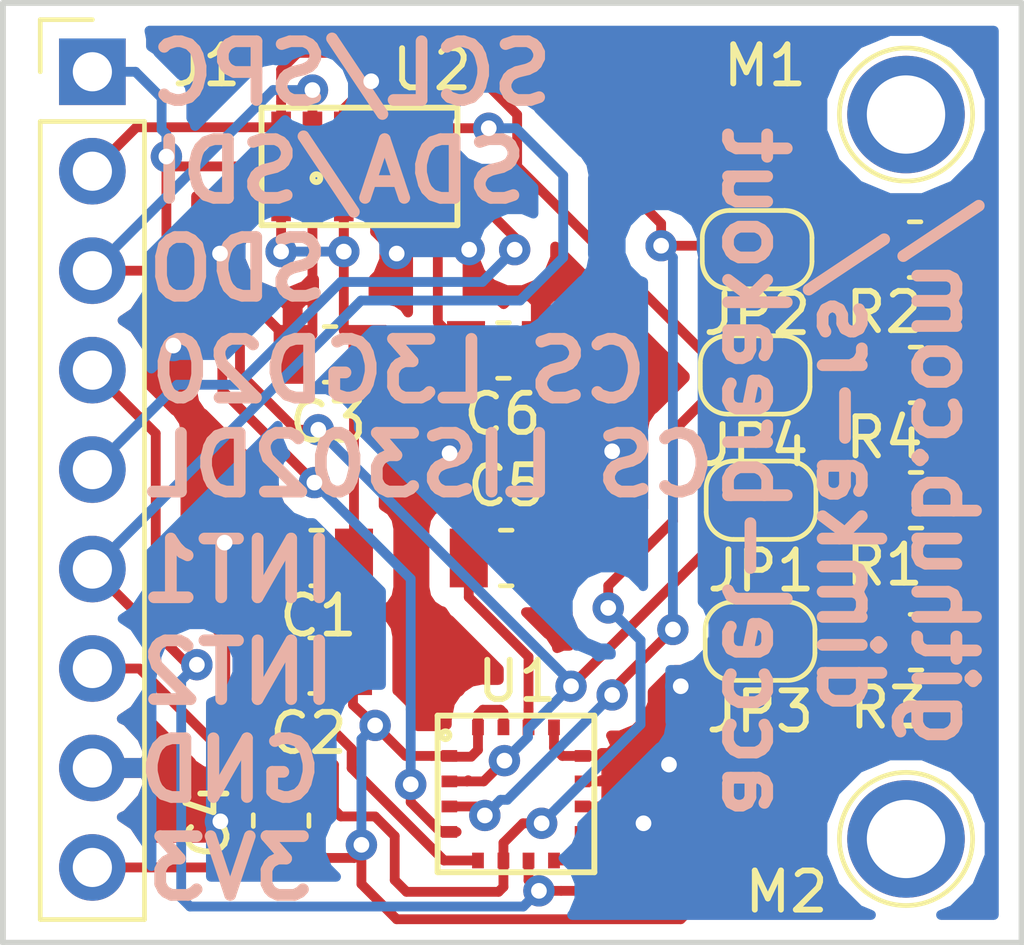
<source format=kicad_pcb>
(kicad_pcb (version 20171130) (host pcbnew 5.0.0-rc1-44a33f2~62~ubuntu16.04.1)

  (general
    (thickness 1.6)
    (drawings 14)
    (tracks 266)
    (zones 0)
    (modules 19)
    (nets 15)
  )

  (page A4)
  (layers
    (0 F.Cu signal hide)
    (31 B.Cu signal)
    (32 B.Adhes user)
    (33 F.Adhes user)
    (34 B.Paste user)
    (35 F.Paste user)
    (36 B.SilkS user)
    (37 F.SilkS user)
    (38 B.Mask user)
    (39 F.Mask user)
    (40 Dwgs.User user)
    (41 Cmts.User user)
    (42 Eco1.User user)
    (43 Eco2.User user)
    (44 Edge.Cuts user)
    (45 Margin user)
    (46 B.CrtYd user)
    (47 F.CrtYd user hide)
    (48 B.Fab user)
    (49 F.Fab user)
  )

  (setup
    (last_trace_width 0.25)
    (trace_clearance 0.2)
    (zone_clearance 0.508)
    (zone_45_only yes)
    (trace_min 0.2)
    (segment_width 0.2)
    (edge_width 0.15)
    (via_size 0.8)
    (via_drill 0.4)
    (via_min_size 0.4)
    (via_min_drill 0.3)
    (uvia_size 0.3)
    (uvia_drill 0.1)
    (uvias_allowed no)
    (uvia_min_size 0.2)
    (uvia_min_drill 0.1)
    (pcb_text_width 0.3)
    (pcb_text_size 1.5 1.5)
    (mod_edge_width 0.15)
    (mod_text_size 1 1)
    (mod_text_width 0.15)
    (pad_size 1.524 1.524)
    (pad_drill 0.762)
    (pad_to_mask_clearance 0.2)
    (aux_axis_origin 0 0)
    (visible_elements FFFDFFFF)
    (pcbplotparams
      (layerselection 0x010f0_ffffffff)
      (usegerberextensions true)
      (usegerberattributes false)
      (usegerberadvancedattributes false)
      (creategerberjobfile false)
      (excludeedgelayer true)
      (linewidth 0.100000)
      (plotframeref false)
      (viasonmask false)
      (mode 1)
      (useauxorigin false)
      (hpglpennumber 1)
      (hpglpenspeed 20)
      (hpglpendiameter 15)
      (psnegative false)
      (psa4output false)
      (plotreference true)
      (plotvalue true)
      (plotinvisibletext false)
      (padsonsilk false)
      (subtractmaskfromsilk false)
      (outputformat 1)
      (mirror false)
      (drillshape 0)
      (scaleselection 1)
      (outputdirectory gerbers))
  )

  (net 0 "")
  (net 1 +3V3)
  (net 2 GND)
  (net 3 "Net-(C5-Pad1)")
  (net 4 "Net-(J1-Pad1)")
  (net 5 "Net-(J1-Pad2)")
  (net 6 "Net-(J1-Pad3)")
  (net 7 "Net-(J1-Pad4)")
  (net 8 "Net-(J1-Pad5)")
  (net 9 "Net-(J1-Pad6)")
  (net 10 "Net-(J1-Pad7)")
  (net 11 "Net-(JP1-Pad1)")
  (net 12 "Net-(JP2-Pad1)")
  (net 13 "Net-(JP3-Pad1)")
  (net 14 "Net-(JP4-Pad1)")

  (net_class Default "This is the default net class."
    (clearance 0.2)
    (trace_width 0.25)
    (via_dia 0.8)
    (via_drill 0.4)
    (uvia_dia 0.3)
    (uvia_drill 0.1)
    (add_net +3V3)
    (add_net GND)
    (add_net "Net-(C5-Pad1)")
    (add_net "Net-(J1-Pad1)")
    (add_net "Net-(J1-Pad2)")
    (add_net "Net-(J1-Pad3)")
    (add_net "Net-(J1-Pad4)")
    (add_net "Net-(J1-Pad5)")
    (add_net "Net-(J1-Pad6)")
    (add_net "Net-(J1-Pad7)")
    (add_net "Net-(JP1-Pad1)")
    (add_net "Net-(JP2-Pad1)")
    (add_net "Net-(JP3-Pad1)")
    (add_net "Net-(JP4-Pad1)")
  )

  (module accel-gyro:LGA-16 (layer F.Cu) (tedit 5AC61B38) (tstamp 5AE54723)
    (at 140.095 99.2)
    (path /5AC3AE88)
    (fp_text reference U1 (at 0.03 -2.88) (layer F.SilkS)
      (effects (font (size 1 1) (thickness 0.15)))
    )
    (fp_text value L3GD20 (at 0.81 3.06) (layer F.Fab)
      (effects (font (size 1 1) (thickness 0.15)))
    )
    (fp_line (start -2 -2) (end 2 -2) (layer F.SilkS) (width 0.15))
    (fp_line (start 2 -2) (end 2 2) (layer F.SilkS) (width 0.15))
    (fp_line (start 2 2) (end -2 2) (layer F.SilkS) (width 0.15))
    (fp_line (start -2 2) (end -2 -2) (layer F.SilkS) (width 0.15))
    (fp_circle (center -1.8 -1.5) (end -1.7 -1.5) (layer F.SilkS) (width 0.15))
    (pad 1 smd rect (at -1.7 -0.97) (size 0.4 0.3) (layers F.Cu F.Paste F.Mask)
      (net 1 +3V3))
    (pad 2 smd rect (at -1.7 -0.32) (size 0.4 0.3) (layers F.Cu F.Paste F.Mask)
      (net 4 "Net-(J1-Pad1)"))
    (pad 3 smd rect (at -1.7 0.32) (size 0.4 0.3) (layers F.Cu F.Paste F.Mask)
      (net 5 "Net-(J1-Pad2)"))
    (pad 4 smd rect (at -1.7 0.97) (size 0.4 0.3) (layers F.Cu F.Paste F.Mask)
      (net 6 "Net-(J1-Pad3)"))
    (pad 5 smd rect (at -0.97 1.7 90) (size 0.4 0.3) (layers F.Cu F.Paste F.Mask)
      (net 7 "Net-(J1-Pad4)"))
    (pad 6 smd rect (at -0.32 1.7 90) (size 0.4 0.3) (layers F.Cu F.Paste F.Mask)
      (net 10 "Net-(J1-Pad7)"))
    (pad 7 smd rect (at 0.32 1.7 90) (size 0.4 0.3) (layers F.Cu F.Paste F.Mask)
      (net 9 "Net-(J1-Pad6)"))
    (pad 8 smd rect (at 0.97 1.7 90) (size 0.4 0.3) (layers F.Cu F.Paste F.Mask)
      (net 2 GND))
    (pad 9 smd rect (at 1.7 0.97) (size 0.4 0.3) (layers F.Cu F.Paste F.Mask)
      (net 2 GND))
    (pad 10 smd rect (at 1.7 0.32) (size 0.4 0.3) (layers F.Cu F.Paste F.Mask)
      (net 2 GND))
    (pad 11 smd rect (at 1.7 -0.32) (size 0.4 0.3) (layers F.Cu F.Paste F.Mask)
      (net 2 GND))
    (pad 12 smd rect (at 1.7 -0.97) (size 0.4 0.3) (layers F.Cu F.Paste F.Mask)
      (net 2 GND))
    (pad 13 smd rect (at 0.97 -1.7 90) (size 0.4 0.3) (layers F.Cu F.Paste F.Mask)
      (net 2 GND))
    (pad 14 smd rect (at 0.32 -1.7 90) (size 0.4 0.3) (layers F.Cu F.Paste F.Mask)
      (net 3 "Net-(C5-Pad1)"))
    (pad 15 smd rect (at -0.32 -1.7 90) (size 0.4 0.3) (layers F.Cu F.Paste F.Mask)
      (net 1 +3V3))
    (pad 16 smd rect (at -0.97 -1.7 90) (size 0.4 0.3) (layers F.Cu F.Paste F.Mask)
      (net 1 +3V3))
  )

  (module Capacitor_SMD:C_0805_2012Metric (layer F.Cu) (tedit 59FE48B8) (tstamp 5AE548FE)
    (at 135.005 93.175 180)
    (descr "Capacitor SMD 0805 (2012 Metric), square (rectangular) end terminal, IPC_7351 nominal, (Body size source: http://www.tortai-tech.com/upload/download/2011102023233369053.pdf), generated with kicad-footprint-generator")
    (tags capacitor)
    (path /5AC44424)
    (attr smd)
    (fp_text reference C1 (at -0.045 -1.475 180) (layer F.SilkS)
      (effects (font (size 1 1) (thickness 0.15)))
    )
    (fp_text value 10u (at 0 1.85 180) (layer F.Fab)
      (effects (font (size 1 1) (thickness 0.15)))
    )
    (fp_line (start -1 0.6) (end -1 -0.6) (layer F.Fab) (width 0.1))
    (fp_line (start -1 -0.6) (end 1 -0.6) (layer F.Fab) (width 0.1))
    (fp_line (start 1 -0.6) (end 1 0.6) (layer F.Fab) (width 0.1))
    (fp_line (start 1 0.6) (end -1 0.6) (layer F.Fab) (width 0.1))
    (fp_line (start -0.15 -0.71) (end 0.15 -0.71) (layer F.SilkS) (width 0.12))
    (fp_line (start -0.15 0.71) (end 0.15 0.71) (layer F.SilkS) (width 0.12))
    (fp_line (start -1.69 1) (end -1.69 -1) (layer F.CrtYd) (width 0.05))
    (fp_line (start -1.69 -1) (end 1.69 -1) (layer F.CrtYd) (width 0.05))
    (fp_line (start 1.69 -1) (end 1.69 1) (layer F.CrtYd) (width 0.05))
    (fp_line (start 1.69 1) (end -1.69 1) (layer F.CrtYd) (width 0.05))
    (fp_text user %R (at 0 0 180) (layer F.Fab)
      (effects (font (size 0.5 0.5) (thickness 0.08)))
    )
    (pad 1 smd rect (at -0.955 0 180) (size 0.97 1.5) (layers F.Cu F.Paste F.Mask)
      (net 1 +3V3))
    (pad 2 smd rect (at 0.955 0 180) (size 0.97 1.5) (layers F.Cu F.Paste F.Mask)
      (net 2 GND))
    (model ${KISYS3DMOD}/Capacitor_SMD.3dshapes/C_0805_2012Metric.wrl
      (at (xyz 0 0 0))
      (scale (xyz 1 1 1))
      (rotate (xyz 0 0 0))
    )
  )

  (module Capacitor_SMD:C_0805_2012Metric (layer F.Cu) (tedit 59FE48B8) (tstamp 5AE5489E)
    (at 134.98 95.925 180)
    (descr "Capacitor SMD 0805 (2012 Metric), square (rectangular) end terminal, IPC_7351 nominal, (Body size source: http://www.tortai-tech.com/upload/download/2011102023233369053.pdf), generated with kicad-footprint-generator")
    (tags capacitor)
    (path /5AC4429D)
    (attr smd)
    (fp_text reference C2 (at 0.18 -1.725 180) (layer F.SilkS)
      (effects (font (size 1 1) (thickness 0.15)))
    )
    (fp_text value 0.1u (at 0 1.85 180) (layer F.Fab)
      (effects (font (size 1 1) (thickness 0.15)))
    )
    (fp_text user %R (at 0 0 180) (layer F.Fab)
      (effects (font (size 0.5 0.5) (thickness 0.08)))
    )
    (fp_line (start 1.69 1) (end -1.69 1) (layer F.CrtYd) (width 0.05))
    (fp_line (start 1.69 -1) (end 1.69 1) (layer F.CrtYd) (width 0.05))
    (fp_line (start -1.69 -1) (end 1.69 -1) (layer F.CrtYd) (width 0.05))
    (fp_line (start -1.69 1) (end -1.69 -1) (layer F.CrtYd) (width 0.05))
    (fp_line (start -0.15 0.71) (end 0.15 0.71) (layer F.SilkS) (width 0.12))
    (fp_line (start -0.15 -0.71) (end 0.15 -0.71) (layer F.SilkS) (width 0.12))
    (fp_line (start 1 0.6) (end -1 0.6) (layer F.Fab) (width 0.1))
    (fp_line (start 1 -0.6) (end 1 0.6) (layer F.Fab) (width 0.1))
    (fp_line (start -1 -0.6) (end 1 -0.6) (layer F.Fab) (width 0.1))
    (fp_line (start -1 0.6) (end -1 -0.6) (layer F.Fab) (width 0.1))
    (pad 2 smd rect (at 0.955 0 180) (size 0.97 1.5) (layers F.Cu F.Paste F.Mask)
      (net 2 GND))
    (pad 1 smd rect (at -0.955 0 180) (size 0.97 1.5) (layers F.Cu F.Paste F.Mask)
      (net 1 +3V3))
    (model ${KISYS3DMOD}/Capacitor_SMD.3dshapes/C_0805_2012Metric.wrl
      (at (xyz 0 0 0))
      (scale (xyz 1 1 1))
      (rotate (xyz 0 0 0))
    )
  )

  (module Capacitor_SMD:C_0805_2012Metric (layer F.Cu) (tedit 59FE48B8) (tstamp 5AE548CE)
    (at 135.35 87.975 180)
    (descr "Capacitor SMD 0805 (2012 Metric), square (rectangular) end terminal, IPC_7351 nominal, (Body size source: http://www.tortai-tech.com/upload/download/2011102023233369053.pdf), generated with kicad-footprint-generator")
    (tags capacitor)
    (path /5AC8883C)
    (attr smd)
    (fp_text reference C3 (at 0.05 -1.725 180) (layer F.SilkS)
      (effects (font (size 1 1) (thickness 0.15)))
    )
    (fp_text value 10u (at 0 1.85 180) (layer F.Fab)
      (effects (font (size 1 1) (thickness 0.15)))
    )
    (fp_text user %R (at 0 0 180) (layer F.Fab)
      (effects (font (size 0.5 0.5) (thickness 0.08)))
    )
    (fp_line (start 1.69 1) (end -1.69 1) (layer F.CrtYd) (width 0.05))
    (fp_line (start 1.69 -1) (end 1.69 1) (layer F.CrtYd) (width 0.05))
    (fp_line (start -1.69 -1) (end 1.69 -1) (layer F.CrtYd) (width 0.05))
    (fp_line (start -1.69 1) (end -1.69 -1) (layer F.CrtYd) (width 0.05))
    (fp_line (start -0.15 0.71) (end 0.15 0.71) (layer F.SilkS) (width 0.12))
    (fp_line (start -0.15 -0.71) (end 0.15 -0.71) (layer F.SilkS) (width 0.12))
    (fp_line (start 1 0.6) (end -1 0.6) (layer F.Fab) (width 0.1))
    (fp_line (start 1 -0.6) (end 1 0.6) (layer F.Fab) (width 0.1))
    (fp_line (start -1 -0.6) (end 1 -0.6) (layer F.Fab) (width 0.1))
    (fp_line (start -1 0.6) (end -1 -0.6) (layer F.Fab) (width 0.1))
    (pad 2 smd rect (at 0.955 0 180) (size 0.97 1.5) (layers F.Cu F.Paste F.Mask)
      (net 2 GND))
    (pad 1 smd rect (at -0.955 0 180) (size 0.97 1.5) (layers F.Cu F.Paste F.Mask)
      (net 1 +3V3))
    (model ${KISYS3DMOD}/Capacitor_SMD.3dshapes/C_0805_2012Metric.wrl
      (at (xyz 0 0 0))
      (scale (xyz 1 1 1))
      (rotate (xyz 0 0 0))
    )
  )

  (module Capacitor_SMD:C_0805_2012Metric (layer F.Cu) (tedit 59FE48B8) (tstamp 5AE547A5)
    (at 134.1 99.88 90)
    (descr "Capacitor SMD 0805 (2012 Metric), square (rectangular) end terminal, IPC_7351 nominal, (Body size source: http://www.tortai-tech.com/upload/download/2011102023233369053.pdf), generated with kicad-footprint-generator")
    (tags capacitor)
    (path /5AC4187A)
    (attr smd)
    (fp_text reference C4 (at 0 -1.85 90) (layer F.SilkS)
      (effects (font (size 1 1) (thickness 0.15)))
    )
    (fp_text value 0.1u (at 0 1.85 90) (layer F.Fab)
      (effects (font (size 1 1) (thickness 0.15)))
    )
    (fp_line (start -1 0.6) (end -1 -0.6) (layer F.Fab) (width 0.1))
    (fp_line (start -1 -0.6) (end 1 -0.6) (layer F.Fab) (width 0.1))
    (fp_line (start 1 -0.6) (end 1 0.6) (layer F.Fab) (width 0.1))
    (fp_line (start 1 0.6) (end -1 0.6) (layer F.Fab) (width 0.1))
    (fp_line (start -0.15 -0.71) (end 0.15 -0.71) (layer F.SilkS) (width 0.12))
    (fp_line (start -0.15 0.71) (end 0.15 0.71) (layer F.SilkS) (width 0.12))
    (fp_line (start -1.69 1) (end -1.69 -1) (layer F.CrtYd) (width 0.05))
    (fp_line (start -1.69 -1) (end 1.69 -1) (layer F.CrtYd) (width 0.05))
    (fp_line (start 1.69 -1) (end 1.69 1) (layer F.CrtYd) (width 0.05))
    (fp_line (start 1.69 1) (end -1.69 1) (layer F.CrtYd) (width 0.05))
    (fp_text user %R (at 0 0 90) (layer F.Fab)
      (effects (font (size 0.5 0.5) (thickness 0.08)))
    )
    (pad 1 smd rect (at -0.955 0 90) (size 0.97 1.5) (layers F.Cu F.Paste F.Mask)
      (net 1 +3V3))
    (pad 2 smd rect (at 0.955 0 90) (size 0.97 1.5) (layers F.Cu F.Paste F.Mask)
      (net 2 GND))
    (model ${KISYS3DMOD}/Capacitor_SMD.3dshapes/C_0805_2012Metric.wrl
      (at (xyz 0 0 0))
      (scale (xyz 1 1 1))
      (rotate (xyz 0 0 0))
    )
  )

  (module Capacitor_SMD:C_0805_2012Metric (layer F.Cu) (tedit 59FE48B8) (tstamp 5AE547D5)
    (at 139.845 93.175)
    (descr "Capacitor SMD 0805 (2012 Metric), square (rectangular) end terminal, IPC_7351 nominal, (Body size source: http://www.tortai-tech.com/upload/download/2011102023233369053.pdf), generated with kicad-footprint-generator")
    (tags capacitor)
    (path /5AC48AF8)
    (attr smd)
    (fp_text reference C5 (at 0 -1.85) (layer F.SilkS)
      (effects (font (size 1 1) (thickness 0.15)))
    )
    (fp_text value 1n (at 0 1.85) (layer F.Fab)
      (effects (font (size 1 1) (thickness 0.15)))
    )
    (fp_text user %R (at 0 0) (layer F.Fab)
      (effects (font (size 0.5 0.5) (thickness 0.08)))
    )
    (fp_line (start 1.69 1) (end -1.69 1) (layer F.CrtYd) (width 0.05))
    (fp_line (start 1.69 -1) (end 1.69 1) (layer F.CrtYd) (width 0.05))
    (fp_line (start -1.69 -1) (end 1.69 -1) (layer F.CrtYd) (width 0.05))
    (fp_line (start -1.69 1) (end -1.69 -1) (layer F.CrtYd) (width 0.05))
    (fp_line (start -0.15 0.71) (end 0.15 0.71) (layer F.SilkS) (width 0.12))
    (fp_line (start -0.15 -0.71) (end 0.15 -0.71) (layer F.SilkS) (width 0.12))
    (fp_line (start 1 0.6) (end -1 0.6) (layer F.Fab) (width 0.1))
    (fp_line (start 1 -0.6) (end 1 0.6) (layer F.Fab) (width 0.1))
    (fp_line (start -1 -0.6) (end 1 -0.6) (layer F.Fab) (width 0.1))
    (fp_line (start -1 0.6) (end -1 -0.6) (layer F.Fab) (width 0.1))
    (pad 2 smd rect (at 0.955 0) (size 0.97 1.5) (layers F.Cu F.Paste F.Mask)
      (net 2 GND))
    (pad 1 smd rect (at -0.955 0) (size 0.97 1.5) (layers F.Cu F.Paste F.Mask)
      (net 3 "Net-(C5-Pad1)"))
    (model ${KISYS3DMOD}/Capacitor_SMD.3dshapes/C_0805_2012Metric.wrl
      (at (xyz 0 0 0))
      (scale (xyz 1 1 1))
      (rotate (xyz 0 0 0))
    )
  )

  (module Capacitor_SMD:C_0805_2012Metric (layer F.Cu) (tedit 59FE48B8) (tstamp 5AE54DC3)
    (at 139.775 87.875)
    (descr "Capacitor SMD 0805 (2012 Metric), square (rectangular) end terminal, IPC_7351 nominal, (Body size source: http://www.tortai-tech.com/upload/download/2011102023233369053.pdf), generated with kicad-footprint-generator")
    (tags capacitor)
    (path /5AC62FE3)
    (attr smd)
    (fp_text reference C6 (at -0.025 1.625) (layer F.SilkS)
      (effects (font (size 1 1) (thickness 0.15)))
    )
    (fp_text value 100n (at 0 1.85) (layer F.Fab)
      (effects (font (size 1 1) (thickness 0.15)))
    )
    (fp_line (start -1 0.6) (end -1 -0.6) (layer F.Fab) (width 0.1))
    (fp_line (start -1 -0.6) (end 1 -0.6) (layer F.Fab) (width 0.1))
    (fp_line (start 1 -0.6) (end 1 0.6) (layer F.Fab) (width 0.1))
    (fp_line (start 1 0.6) (end -1 0.6) (layer F.Fab) (width 0.1))
    (fp_line (start -0.15 -0.71) (end 0.15 -0.71) (layer F.SilkS) (width 0.12))
    (fp_line (start -0.15 0.71) (end 0.15 0.71) (layer F.SilkS) (width 0.12))
    (fp_line (start -1.69 1) (end -1.69 -1) (layer F.CrtYd) (width 0.05))
    (fp_line (start -1.69 -1) (end 1.69 -1) (layer F.CrtYd) (width 0.05))
    (fp_line (start 1.69 -1) (end 1.69 1) (layer F.CrtYd) (width 0.05))
    (fp_line (start 1.69 1) (end -1.69 1) (layer F.CrtYd) (width 0.05))
    (fp_text user %R (at 0 0) (layer F.Fab)
      (effects (font (size 0.5 0.5) (thickness 0.08)))
    )
    (pad 1 smd rect (at -0.955 0) (size 0.97 1.5) (layers F.Cu F.Paste F.Mask)
      (net 1 +3V3))
    (pad 2 smd rect (at 0.955 0) (size 0.97 1.5) (layers F.Cu F.Paste F.Mask)
      (net 2 GND))
    (model ${KISYS3DMOD}/Capacitor_SMD.3dshapes/C_0805_2012Metric.wrl
      (at (xyz 0 0 0))
      (scale (xyz 1 1 1))
      (rotate (xyz 0 0 0))
    )
  )

  (module Connector_PinHeader_2.54mm:PinHeader_1x09_P2.54mm_Vertical (layer F.Cu) (tedit 59FED5CC) (tstamp 5AE5496A)
    (at 129.282619 80.7575)
    (descr "Through hole straight pin header, 1x09, 2.54mm pitch, single row")
    (tags "Through hole pin header THT 1x09 2.54mm single row")
    (path /5AC794B2)
    (fp_text reference J1 (at 2.917381 -0.1575) (layer F.SilkS)
      (effects (font (size 1 1) (thickness 0.15)))
    )
    (fp_text value Conn_01x09 (at 0 22.65) (layer F.Fab)
      (effects (font (size 1 1) (thickness 0.15)))
    )
    (fp_line (start -0.635 -1.27) (end 1.27 -1.27) (layer F.Fab) (width 0.1))
    (fp_line (start 1.27 -1.27) (end 1.27 21.59) (layer F.Fab) (width 0.1))
    (fp_line (start 1.27 21.59) (end -1.27 21.59) (layer F.Fab) (width 0.1))
    (fp_line (start -1.27 21.59) (end -1.27 -0.635) (layer F.Fab) (width 0.1))
    (fp_line (start -1.27 -0.635) (end -0.635 -1.27) (layer F.Fab) (width 0.1))
    (fp_line (start -1.33 21.65) (end 1.33 21.65) (layer F.SilkS) (width 0.12))
    (fp_line (start -1.33 1.27) (end -1.33 21.65) (layer F.SilkS) (width 0.12))
    (fp_line (start 1.33 1.27) (end 1.33 21.65) (layer F.SilkS) (width 0.12))
    (fp_line (start -1.33 1.27) (end 1.33 1.27) (layer F.SilkS) (width 0.12))
    (fp_line (start -1.33 0) (end -1.33 -1.33) (layer F.SilkS) (width 0.12))
    (fp_line (start -1.33 -1.33) (end 0 -1.33) (layer F.SilkS) (width 0.12))
    (fp_line (start -1.8 -1.8) (end -1.8 22.1) (layer F.CrtYd) (width 0.05))
    (fp_line (start -1.8 22.1) (end 1.8 22.1) (layer F.CrtYd) (width 0.05))
    (fp_line (start 1.8 22.1) (end 1.8 -1.8) (layer F.CrtYd) (width 0.05))
    (fp_line (start 1.8 -1.8) (end -1.8 -1.8) (layer F.CrtYd) (width 0.05))
    (fp_text user %R (at 0 10.16 90) (layer F.Fab)
      (effects (font (size 1 1) (thickness 0.15)))
    )
    (pad 1 thru_hole rect (at 0 0) (size 1.7 1.7) (drill 1) (layers *.Cu *.Mask)
      (net 4 "Net-(J1-Pad1)"))
    (pad 2 thru_hole oval (at 0 2.54) (size 1.7 1.7) (drill 1) (layers *.Cu *.Mask)
      (net 5 "Net-(J1-Pad2)"))
    (pad 3 thru_hole oval (at 0 5.08) (size 1.7 1.7) (drill 1) (layers *.Cu *.Mask)
      (net 6 "Net-(J1-Pad3)"))
    (pad 4 thru_hole oval (at 0 7.62) (size 1.7 1.7) (drill 1) (layers *.Cu *.Mask)
      (net 7 "Net-(J1-Pad4)"))
    (pad 5 thru_hole oval (at 0 10.16) (size 1.7 1.7) (drill 1) (layers *.Cu *.Mask)
      (net 8 "Net-(J1-Pad5)"))
    (pad 6 thru_hole oval (at 0 12.7) (size 1.7 1.7) (drill 1) (layers *.Cu *.Mask)
      (net 9 "Net-(J1-Pad6)"))
    (pad 7 thru_hole oval (at 0 15.24) (size 1.7 1.7) (drill 1) (layers *.Cu *.Mask)
      (net 10 "Net-(J1-Pad7)"))
    (pad 8 thru_hole oval (at 0 17.78) (size 1.7 1.7) (drill 1) (layers *.Cu *.Mask)
      (net 2 GND))
    (pad 9 thru_hole oval (at 0 20.32) (size 1.7 1.7) (drill 1) (layers *.Cu *.Mask)
      (net 1 +3V3))
    (model ${KISYS3DMOD}/Connector_PinHeader_2.54mm.3dshapes/PinHeader_1x09_P2.54mm_Vertical.wrl
      (at (xyz 0 0 0))
      (scale (xyz 1 1 1))
      (rotate (xyz 0 0 0))
    )
  )

  (module Jumper:SolderJumper-2_P1.3mm_Open_RoundedPad1.0x1.5mm (layer F.Cu) (tedit 5A3EAE8E) (tstamp 5AE549B5)
    (at 146.35 91.7 180)
    (descr "SMD Solder Jumper, 1x1.5mm, rounded Pads, 0.3mm gap, open")
    (tags "solder jumper open")
    (path /5AC3B8BE)
    (attr virtual)
    (fp_text reference JP1 (at 0 -1.8 180) (layer F.SilkS)
      (effects (font (size 1 1) (thickness 0.15)))
    )
    (fp_text value SolderJumper_2_Open (at 0 1.9 180) (layer F.Fab)
      (effects (font (size 1 1) (thickness 0.15)))
    )
    (fp_line (start 1.65 1.25) (end -1.65 1.25) (layer F.CrtYd) (width 0.05))
    (fp_line (start 1.65 1.25) (end 1.65 -1.25) (layer F.CrtYd) (width 0.05))
    (fp_line (start -1.65 -1.25) (end -1.65 1.25) (layer F.CrtYd) (width 0.05))
    (fp_line (start -1.65 -1.25) (end 1.65 -1.25) (layer F.CrtYd) (width 0.05))
    (fp_line (start -0.7 -1) (end 0.7 -1) (layer F.SilkS) (width 0.12))
    (fp_line (start 1.4 -0.3) (end 1.4 0.3) (layer F.SilkS) (width 0.12))
    (fp_line (start 0.7 1) (end -0.7 1) (layer F.SilkS) (width 0.12))
    (fp_line (start -1.4 0.3) (end -1.4 -0.3) (layer F.SilkS) (width 0.12))
    (fp_arc (start -0.7 -0.3) (end -0.7 -1) (angle -90) (layer F.SilkS) (width 0.12))
    (fp_arc (start -0.7 0.3) (end -1.4 0.3) (angle -90) (layer F.SilkS) (width 0.12))
    (fp_arc (start 0.7 0.3) (end 0.7 1) (angle -90) (layer F.SilkS) (width 0.12))
    (fp_arc (start 0.7 -0.3) (end 1.4 -0.3) (angle -90) (layer F.SilkS) (width 0.12))
    (pad 2 smd rect (at 0.4 0 180) (size 0.5 1.5) (layers F.Cu F.Mask)
      (net 4 "Net-(J1-Pad1)"))
    (pad 1 smd rect (at -0.4 0 180) (size 0.5 1.5) (layers F.Cu F.Mask)
      (net 11 "Net-(JP1-Pad1)"))
    (pad 1 smd roundrect (at -0.65 0 180) (size 1 1.5) (layers F.Cu F.Mask)(roundrect_rratio 0.5)
      (net 11 "Net-(JP1-Pad1)"))
    (pad 2 smd roundrect (at 0.65 0 180) (size 1 1.5) (layers F.Cu F.Mask)(roundrect_rratio 0.5)
      (net 4 "Net-(J1-Pad1)"))
  )

  (module Jumper:SolderJumper-2_P1.3mm_Open_RoundedPad1.0x1.5mm (layer F.Cu) (tedit 5A3EAE8E) (tstamp 5AE54B06)
    (at 146.25 85.3 180)
    (descr "SMD Solder Jumper, 1x1.5mm, rounded Pads, 0.3mm gap, open")
    (tags "solder jumper open")
    (path /5AC3B942)
    (attr virtual)
    (fp_text reference JP2 (at 0 -1.65 180) (layer F.SilkS)
      (effects (font (size 1 1) (thickness 0.15)))
    )
    (fp_text value SolderJumper_2_Open (at 0 1.9 180) (layer F.Fab)
      (effects (font (size 1 1) (thickness 0.15)))
    )
    (fp_arc (start 0.7 -0.3) (end 1.4 -0.3) (angle -90) (layer F.SilkS) (width 0.12))
    (fp_arc (start 0.7 0.3) (end 0.7 1) (angle -90) (layer F.SilkS) (width 0.12))
    (fp_arc (start -0.7 0.3) (end -1.4 0.3) (angle -90) (layer F.SilkS) (width 0.12))
    (fp_arc (start -0.7 -0.3) (end -0.7 -1) (angle -90) (layer F.SilkS) (width 0.12))
    (fp_line (start -1.4 0.3) (end -1.4 -0.3) (layer F.SilkS) (width 0.12))
    (fp_line (start 0.7 1) (end -0.7 1) (layer F.SilkS) (width 0.12))
    (fp_line (start 1.4 -0.3) (end 1.4 0.3) (layer F.SilkS) (width 0.12))
    (fp_line (start -0.7 -1) (end 0.7 -1) (layer F.SilkS) (width 0.12))
    (fp_line (start -1.65 -1.25) (end 1.65 -1.25) (layer F.CrtYd) (width 0.05))
    (fp_line (start -1.65 -1.25) (end -1.65 1.25) (layer F.CrtYd) (width 0.05))
    (fp_line (start 1.65 1.25) (end 1.65 -1.25) (layer F.CrtYd) (width 0.05))
    (fp_line (start 1.65 1.25) (end -1.65 1.25) (layer F.CrtYd) (width 0.05))
    (pad 2 smd roundrect (at 0.65 0 180) (size 1 1.5) (layers F.Cu F.Mask)(roundrect_rratio 0.5)
      (net 5 "Net-(J1-Pad2)"))
    (pad 1 smd roundrect (at -0.65 0 180) (size 1 1.5) (layers F.Cu F.Mask)(roundrect_rratio 0.5)
      (net 12 "Net-(JP2-Pad1)"))
    (pad 1 smd rect (at -0.4 0 180) (size 0.5 1.5) (layers F.Cu F.Mask)
      (net 12 "Net-(JP2-Pad1)"))
    (pad 2 smd rect (at 0.4 0 180) (size 0.5 1.5) (layers F.Cu F.Mask)
      (net 5 "Net-(J1-Pad2)"))
  )

  (module Jumper:SolderJumper-2_P1.3mm_Open_RoundedPad1.0x1.5mm (layer F.Cu) (tedit 5A3EAE8E) (tstamp 5AE546B5)
    (at 146.325 95.3 180)
    (descr "SMD Solder Jumper, 1x1.5mm, rounded Pads, 0.3mm gap, open")
    (tags "solder jumper open")
    (path /5AC3C94A)
    (attr virtual)
    (fp_text reference JP3 (at 0 -1.8 180) (layer F.SilkS)
      (effects (font (size 1 1) (thickness 0.15)))
    )
    (fp_text value SolderJumper_2_Open (at 0 1.9 180) (layer F.Fab)
      (effects (font (size 1 1) (thickness 0.15)))
    )
    (fp_line (start 1.65 1.25) (end -1.65 1.25) (layer F.CrtYd) (width 0.05))
    (fp_line (start 1.65 1.25) (end 1.65 -1.25) (layer F.CrtYd) (width 0.05))
    (fp_line (start -1.65 -1.25) (end -1.65 1.25) (layer F.CrtYd) (width 0.05))
    (fp_line (start -1.65 -1.25) (end 1.65 -1.25) (layer F.CrtYd) (width 0.05))
    (fp_line (start -0.7 -1) (end 0.7 -1) (layer F.SilkS) (width 0.12))
    (fp_line (start 1.4 -0.3) (end 1.4 0.3) (layer F.SilkS) (width 0.12))
    (fp_line (start 0.7 1) (end -0.7 1) (layer F.SilkS) (width 0.12))
    (fp_line (start -1.4 0.3) (end -1.4 -0.3) (layer F.SilkS) (width 0.12))
    (fp_arc (start -0.7 -0.3) (end -0.7 -1) (angle -90) (layer F.SilkS) (width 0.12))
    (fp_arc (start -0.7 0.3) (end -1.4 0.3) (angle -90) (layer F.SilkS) (width 0.12))
    (fp_arc (start 0.7 0.3) (end 0.7 1) (angle -90) (layer F.SilkS) (width 0.12))
    (fp_arc (start 0.7 -0.3) (end 1.4 -0.3) (angle -90) (layer F.SilkS) (width 0.12))
    (pad 2 smd rect (at 0.4 0 180) (size 0.5 1.5) (layers F.Cu F.Mask)
      (net 9 "Net-(J1-Pad6)"))
    (pad 1 smd rect (at -0.4 0 180) (size 0.5 1.5) (layers F.Cu F.Mask)
      (net 13 "Net-(JP3-Pad1)"))
    (pad 1 smd roundrect (at -0.65 0 180) (size 1 1.5) (layers F.Cu F.Mask)(roundrect_rratio 0.5)
      (net 13 "Net-(JP3-Pad1)"))
    (pad 2 smd roundrect (at 0.65 0 180) (size 1 1.5) (layers F.Cu F.Mask)(roundrect_rratio 0.5)
      (net 9 "Net-(J1-Pad6)"))
  )

  (module Jumper:SolderJumper-2_P1.3mm_Open_RoundedPad1.0x1.5mm (layer F.Cu) (tedit 5A3EAE8E) (tstamp 5AE54838)
    (at 146.2 88.5 180)
    (descr "SMD Solder Jumper, 1x1.5mm, rounded Pads, 0.3mm gap, open")
    (tags "solder jumper open")
    (path /5AC3C970)
    (attr virtual)
    (fp_text reference JP4 (at 0 -1.8 180) (layer F.SilkS)
      (effects (font (size 1 1) (thickness 0.15)))
    )
    (fp_text value SolderJumper_2_Open (at 0 1.9 180) (layer F.Fab)
      (effects (font (size 1 1) (thickness 0.15)))
    )
    (fp_arc (start 0.7 -0.3) (end 1.4 -0.3) (angle -90) (layer F.SilkS) (width 0.12))
    (fp_arc (start 0.7 0.3) (end 0.7 1) (angle -90) (layer F.SilkS) (width 0.12))
    (fp_arc (start -0.7 0.3) (end -1.4 0.3) (angle -90) (layer F.SilkS) (width 0.12))
    (fp_arc (start -0.7 -0.3) (end -0.7 -1) (angle -90) (layer F.SilkS) (width 0.12))
    (fp_line (start -1.4 0.3) (end -1.4 -0.3) (layer F.SilkS) (width 0.12))
    (fp_line (start 0.7 1) (end -0.7 1) (layer F.SilkS) (width 0.12))
    (fp_line (start 1.4 -0.3) (end 1.4 0.3) (layer F.SilkS) (width 0.12))
    (fp_line (start -0.7 -1) (end 0.7 -1) (layer F.SilkS) (width 0.12))
    (fp_line (start -1.65 -1.25) (end 1.65 -1.25) (layer F.CrtYd) (width 0.05))
    (fp_line (start -1.65 -1.25) (end -1.65 1.25) (layer F.CrtYd) (width 0.05))
    (fp_line (start 1.65 1.25) (end 1.65 -1.25) (layer F.CrtYd) (width 0.05))
    (fp_line (start 1.65 1.25) (end -1.65 1.25) (layer F.CrtYd) (width 0.05))
    (pad 2 smd roundrect (at 0.65 0 180) (size 1 1.5) (layers F.Cu F.Mask)(roundrect_rratio 0.5)
      (net 10 "Net-(J1-Pad7)"))
    (pad 1 smd roundrect (at -0.65 0 180) (size 1 1.5) (layers F.Cu F.Mask)(roundrect_rratio 0.5)
      (net 14 "Net-(JP4-Pad1)"))
    (pad 1 smd rect (at -0.4 0 180) (size 0.5 1.5) (layers F.Cu F.Mask)
      (net 14 "Net-(JP4-Pad1)"))
    (pad 2 smd rect (at 0.4 0 180) (size 0.5 1.5) (layers F.Cu F.Mask)
      (net 10 "Net-(J1-Pad7)"))
  )

  (module Resistor_SMD:R_0805_2012Metric (layer F.Cu) (tedit 59FE48B8) (tstamp 5AE5492E)
    (at 150.305 91.7 180)
    (descr "Resistor SMD 0805 (2012 Metric), square (rectangular) end terminal, IPC_7351 nominal, (Body size source: http://www.tortai-tech.com/upload/download/2011102023233369053.pdf), generated with kicad-footprint-generator")
    (tags resistor)
    (path /5AC3B190)
    (attr smd)
    (fp_text reference R1 (at 0.805 -1.65 180) (layer F.SilkS)
      (effects (font (size 1 1) (thickness 0.15)))
    )
    (fp_text value 10k (at 0 1.85 180) (layer F.Fab)
      (effects (font (size 1 1) (thickness 0.15)))
    )
    (fp_line (start -1 0.6) (end -1 -0.6) (layer F.Fab) (width 0.1))
    (fp_line (start -1 -0.6) (end 1 -0.6) (layer F.Fab) (width 0.1))
    (fp_line (start 1 -0.6) (end 1 0.6) (layer F.Fab) (width 0.1))
    (fp_line (start 1 0.6) (end -1 0.6) (layer F.Fab) (width 0.1))
    (fp_line (start -0.15 -0.71) (end 0.15 -0.71) (layer F.SilkS) (width 0.12))
    (fp_line (start -0.15 0.71) (end 0.15 0.71) (layer F.SilkS) (width 0.12))
    (fp_line (start -1.69 1) (end -1.69 -1) (layer F.CrtYd) (width 0.05))
    (fp_line (start -1.69 -1) (end 1.69 -1) (layer F.CrtYd) (width 0.05))
    (fp_line (start 1.69 -1) (end 1.69 1) (layer F.CrtYd) (width 0.05))
    (fp_line (start 1.69 1) (end -1.69 1) (layer F.CrtYd) (width 0.05))
    (fp_text user %R (at 0 0 180) (layer F.Fab)
      (effects (font (size 0.5 0.5) (thickness 0.08)))
    )
    (pad 1 smd rect (at -0.955 0 180) (size 0.97 1.5) (layers F.Cu F.Paste F.Mask)
      (net 1 +3V3))
    (pad 2 smd rect (at 0.955 0 180) (size 0.97 1.5) (layers F.Cu F.Paste F.Mask)
      (net 11 "Net-(JP1-Pad1)"))
    (model ${KISYS3DMOD}/Resistor_SMD.3dshapes/R_0805_2012Metric.wrl
      (at (xyz 0 0 0))
      (scale (xyz 1 1 1))
      (rotate (xyz 0 0 0))
    )
  )

  (module Resistor_SMD:R_0805_2012Metric (layer F.Cu) (tedit 59FE48B8) (tstamp 5AE546EB)
    (at 150.28 85.3 180)
    (descr "Resistor SMD 0805 (2012 Metric), square (rectangular) end terminal, IPC_7351 nominal, (Body size source: http://www.tortai-tech.com/upload/download/2011102023233369053.pdf), generated with kicad-footprint-generator")
    (tags resistor)
    (path /5AC3B1D8)
    (attr smd)
    (fp_text reference R2 (at 0.78 -1.6 180) (layer F.SilkS)
      (effects (font (size 1 1) (thickness 0.15)))
    )
    (fp_text value 10k (at 0 1.85 180) (layer F.Fab)
      (effects (font (size 1 1) (thickness 0.15)))
    )
    (fp_text user %R (at 0 0 180) (layer F.Fab)
      (effects (font (size 0.5 0.5) (thickness 0.08)))
    )
    (fp_line (start 1.69 1) (end -1.69 1) (layer F.CrtYd) (width 0.05))
    (fp_line (start 1.69 -1) (end 1.69 1) (layer F.CrtYd) (width 0.05))
    (fp_line (start -1.69 -1) (end 1.69 -1) (layer F.CrtYd) (width 0.05))
    (fp_line (start -1.69 1) (end -1.69 -1) (layer F.CrtYd) (width 0.05))
    (fp_line (start -0.15 0.71) (end 0.15 0.71) (layer F.SilkS) (width 0.12))
    (fp_line (start -0.15 -0.71) (end 0.15 -0.71) (layer F.SilkS) (width 0.12))
    (fp_line (start 1 0.6) (end -1 0.6) (layer F.Fab) (width 0.1))
    (fp_line (start 1 -0.6) (end 1 0.6) (layer F.Fab) (width 0.1))
    (fp_line (start -1 -0.6) (end 1 -0.6) (layer F.Fab) (width 0.1))
    (fp_line (start -1 0.6) (end -1 -0.6) (layer F.Fab) (width 0.1))
    (pad 2 smd rect (at 0.955 0 180) (size 0.97 1.5) (layers F.Cu F.Paste F.Mask)
      (net 12 "Net-(JP2-Pad1)"))
    (pad 1 smd rect (at -0.955 0 180) (size 0.97 1.5) (layers F.Cu F.Paste F.Mask)
      (net 1 +3V3))
    (model ${KISYS3DMOD}/Resistor_SMD.3dshapes/R_0805_2012Metric.wrl
      (at (xyz 0 0 0))
      (scale (xyz 1 1 1))
      (rotate (xyz 0 0 0))
    )
  )

  (module Resistor_SMD:R_0805_2012Metric (layer F.Cu) (tedit 59FE48B8) (tstamp 5AE54F87)
    (at 150.305 95.325 180)
    (descr "Resistor SMD 0805 (2012 Metric), square (rectangular) end terminal, IPC_7351 nominal, (Body size source: http://www.tortai-tech.com/upload/download/2011102023233369053.pdf), generated with kicad-footprint-generator")
    (tags resistor)
    (path /5AC3C8FE)
    (attr smd)
    (fp_text reference R3 (at 0.705 -1.675 180) (layer F.SilkS)
      (effects (font (size 1 1) (thickness 0.15)))
    )
    (fp_text value 10k (at 0 1.85 180) (layer F.Fab)
      (effects (font (size 1 1) (thickness 0.15)))
    )
    (fp_line (start -1 0.6) (end -1 -0.6) (layer F.Fab) (width 0.1))
    (fp_line (start -1 -0.6) (end 1 -0.6) (layer F.Fab) (width 0.1))
    (fp_line (start 1 -0.6) (end 1 0.6) (layer F.Fab) (width 0.1))
    (fp_line (start 1 0.6) (end -1 0.6) (layer F.Fab) (width 0.1))
    (fp_line (start -0.15 -0.71) (end 0.15 -0.71) (layer F.SilkS) (width 0.12))
    (fp_line (start -0.15 0.71) (end 0.15 0.71) (layer F.SilkS) (width 0.12))
    (fp_line (start -1.69 1) (end -1.69 -1) (layer F.CrtYd) (width 0.05))
    (fp_line (start -1.69 -1) (end 1.69 -1) (layer F.CrtYd) (width 0.05))
    (fp_line (start 1.69 -1) (end 1.69 1) (layer F.CrtYd) (width 0.05))
    (fp_line (start 1.69 1) (end -1.69 1) (layer F.CrtYd) (width 0.05))
    (fp_text user %R (at 0 0 180) (layer F.Fab)
      (effects (font (size 0.5 0.5) (thickness 0.08)))
    )
    (pad 1 smd rect (at -0.955 0 180) (size 0.97 1.5) (layers F.Cu F.Paste F.Mask)
      (net 1 +3V3))
    (pad 2 smd rect (at 0.955 0 180) (size 0.97 1.5) (layers F.Cu F.Paste F.Mask)
      (net 13 "Net-(JP3-Pad1)"))
    (model ${KISYS3DMOD}/Resistor_SMD.3dshapes/R_0805_2012Metric.wrl
      (at (xyz 0 0 0))
      (scale (xyz 1 1 1))
      (rotate (xyz 0 0 0))
    )
  )

  (module Resistor_SMD:R_0805_2012Metric (layer F.Cu) (tedit 59FE48B8) (tstamp 5AE54805)
    (at 150.305 88.5 180)
    (descr "Resistor SMD 0805 (2012 Metric), square (rectangular) end terminal, IPC_7351 nominal, (Body size source: http://www.tortai-tech.com/upload/download/2011102023233369053.pdf), generated with kicad-footprint-generator")
    (tags resistor)
    (path /5AC3C924)
    (attr smd)
    (fp_text reference R4 (at 0.805 -1.6 180) (layer F.SilkS)
      (effects (font (size 1 1) (thickness 0.15)))
    )
    (fp_text value 10k (at 0 1.85 180) (layer F.Fab)
      (effects (font (size 1 1) (thickness 0.15)))
    )
    (fp_text user %R (at 0 0 180) (layer F.Fab)
      (effects (font (size 0.5 0.5) (thickness 0.08)))
    )
    (fp_line (start 1.69 1) (end -1.69 1) (layer F.CrtYd) (width 0.05))
    (fp_line (start 1.69 -1) (end 1.69 1) (layer F.CrtYd) (width 0.05))
    (fp_line (start -1.69 -1) (end 1.69 -1) (layer F.CrtYd) (width 0.05))
    (fp_line (start -1.69 1) (end -1.69 -1) (layer F.CrtYd) (width 0.05))
    (fp_line (start -0.15 0.71) (end 0.15 0.71) (layer F.SilkS) (width 0.12))
    (fp_line (start -0.15 -0.71) (end 0.15 -0.71) (layer F.SilkS) (width 0.12))
    (fp_line (start 1 0.6) (end -1 0.6) (layer F.Fab) (width 0.1))
    (fp_line (start 1 -0.6) (end 1 0.6) (layer F.Fab) (width 0.1))
    (fp_line (start -1 -0.6) (end 1 -0.6) (layer F.Fab) (width 0.1))
    (fp_line (start -1 0.6) (end -1 -0.6) (layer F.Fab) (width 0.1))
    (pad 2 smd rect (at 0.955 0 180) (size 0.97 1.5) (layers F.Cu F.Paste F.Mask)
      (net 14 "Net-(JP4-Pad1)"))
    (pad 1 smd rect (at -0.955 0 180) (size 0.97 1.5) (layers F.Cu F.Paste F.Mask)
      (net 1 +3V3))
    (model ${KISYS3DMOD}/Resistor_SMD.3dshapes/R_0805_2012Metric.wrl
      (at (xyz 0 0 0))
      (scale (xyz 1 1 1))
      (rotate (xyz 0 0 0))
    )
  )

  (module accel-gyro:LIS302DL (layer F.Cu) (tedit 5AC4CD1B) (tstamp 5AE54769)
    (at 136.1 83.175 180)
    (path /5AC7008D)
    (fp_text reference U2 (at -1.85 2.475 180) (layer F.SilkS)
      (effects (font (size 1 1) (thickness 0.15)))
    )
    (fp_text value LIS302DL (at 0.8 2.5 180) (layer F.Fab)
      (effects (font (size 1 1) (thickness 0.15)))
    )
    (fp_line (start -2.5 -1.5) (end 2.5 -1.5) (layer F.SilkS) (width 0.15))
    (fp_line (start 2.5 -1.5) (end 2.5 1.5) (layer F.SilkS) (width 0.15))
    (fp_line (start 2.5 1.5) (end -2.5 1.5) (layer F.SilkS) (width 0.15))
    (fp_line (start -2.5 1.5) (end -2.5 -1.5) (layer F.SilkS) (width 0.15))
    (fp_circle (center 1.1 -0.3) (end 1 -0.3) (layer F.SilkS) (width 0.15))
    (pad 1 smd rect (at 2 -1 180) (size 0.5 0.8) (layers F.Cu F.Paste F.Mask)
      (net 1 +3V3) (solder_mask_margin 0.07))
    (pad 2 smd rect (at 1.2 -1 180) (size 0.5 0.8) (layers F.Cu F.Paste F.Mask)
      (net 2 GND) (solder_mask_margin 0.07))
    (pad 3 smd rect (at 0.4 -1 180) (size 0.5 0.8) (layers F.Cu F.Paste F.Mask)
      (net 1 +3V3) (solder_mask_margin 0.07))
    (pad 4 smd rect (at -0.4 -1 180) (size 0.5 0.8) (layers F.Cu F.Paste F.Mask)
      (net 2 GND) (solder_mask_margin 0.07))
    (pad 5 smd rect (at -1.2 -1 180) (size 0.5 0.8) (layers F.Cu F.Paste F.Mask)
      (net 2 GND) (solder_mask_margin 0.07))
    (pad 6 smd rect (at -2 -1 180) (size 0.5 0.8) (layers F.Cu F.Paste F.Mask)
      (net 1 +3V3) (solder_mask_margin 0.07))
    (pad 7 smd rect (at -2 0 270) (size 0.5 0.8) (layers F.Cu F.Paste F.Mask)
      (net 8 "Net-(J1-Pad5)") (solder_mask_margin 0.07))
    (pad 8 smd rect (at -2 1 180) (size 0.5 0.8) (layers F.Cu F.Paste F.Mask)
      (net 9 "Net-(J1-Pad6)") (solder_mask_margin 0.07))
    (pad 9 smd rect (at -1.2 1 180) (size 0.5 0.8) (layers F.Cu F.Paste F.Mask)
      (net 10 "Net-(J1-Pad7)") (solder_mask_margin 0.07))
    (pad 10 smd rect (at -0.4 1 180) (size 0.5 0.8) (layers F.Cu F.Paste F.Mask)
      (net 2 GND) (solder_mask_margin 0.07))
    (pad 11 smd rect (at 0.4 1 180) (size 0.5 0.8) (layers F.Cu F.Paste F.Mask)
      (net 2 GND) (solder_mask_margin 0.07))
    (pad 12 smd rect (at 1.2 1 180) (size 0.5 0.8) (layers F.Cu F.Paste F.Mask)
      (net 6 "Net-(J1-Pad3)") (solder_mask_margin 0.07))
    (pad 13 smd rect (at 2 1 180) (size 0.5 0.8) (layers F.Cu F.Paste F.Mask)
      (net 5 "Net-(J1-Pad2)") (solder_mask_margin 0.07))
    (pad 14 smd rect (at 2 0 270) (size 0.5 0.8) (layers F.Cu F.Paste F.Mask)
      (net 4 "Net-(J1-Pad1)") (solder_mask_margin 0.07))
  )

  (module TestPoint:TestPoint_Plated_Hole_D2.0mm (layer F.Cu) (tedit 5AC62B7D) (tstamp 5AEFC886)
    (at 150.05 100.35)
    (descr "Plated Hole as test Point, diameter 2.0mm")
    (tags "test point plated hole")
    (attr virtual)
    (fp_text reference M2 (at -3.05 1.35) (layer F.SilkS)
      (effects (font (size 1 1) (thickness 0.15)))
    )
    (fp_text value TestPoint_Plated_Hole_D2.0mm (at 0 2.45) (layer F.Fab)
      (effects (font (size 1 1) (thickness 0.15)))
    )
    (fp_circle (center 0 0) (end 0 -1.7) (layer F.SilkS) (width 0.12))
    (fp_circle (center 0 0) (end 1.8 0) (layer F.CrtYd) (width 0.05))
    (fp_text user %R (at 0 -2.5) (layer F.Fab)
      (effects (font (size 1 1) (thickness 0.15)))
    )
    (pad 1 thru_hole circle (at 0 0) (size 3 3) (drill 2) (layers *.Cu *.Mask))
  )

  (module TestPoint:TestPoint_Plated_Hole_D2.0mm (layer F.Cu) (tedit 5AC62B71) (tstamp 5AEFC88E)
    (at 150.05 81.85)
    (descr "Plated Hole as test Point, diameter 2.0mm")
    (tags "test point plated hole")
    (attr virtual)
    (fp_text reference M1 (at -3.6 -1.25) (layer F.SilkS)
      (effects (font (size 1 1) (thickness 0.15)))
    )
    (fp_text value TestPoint_Plated_Hole_D2.0mm (at 0 2.45) (layer F.Fab)
      (effects (font (size 1 1) (thickness 0.15)))
    )
    (fp_circle (center 0 0) (end 0 -1.7) (layer F.SilkS) (width 0.12))
    (fp_circle (center 0 0) (end 1.8 0) (layer F.CrtYd) (width 0.05))
    (fp_text user %R (at 0 -2.5) (layer F.Fab)
      (effects (font (size 1 1) (thickness 0.15)))
    )
    (pad 1 thru_hole circle (at 0 0) (size 3 3) (drill 2) (layers *.Cu *.Mask))
  )

  (gr_text 3V3 (at 132.8 101.1) (layer B.SilkS)
    (effects (font (size 1.5 1.5) (thickness 0.3)) (justify mirror))
  )
  (gr_text GND (at 132.8 98.6) (layer B.SilkS)
    (effects (font (size 1.5 1.5) (thickness 0.3)) (justify mirror))
  )
  (gr_text INT2 (at 133 96.1) (layer B.SilkS)
    (effects (font (size 1.5 1.5) (thickness 0.3)) (justify mirror))
  )
  (gr_text INT1 (at 133 93.5) (layer B.SilkS)
    (effects (font (size 1.5 1.5) (thickness 0.3)) (justify mirror))
  )
  (gr_text "CS LIS302DL" (at 137.9 90.8) (layer B.SilkS)
    (effects (font (size 1.5 1.5) (thickness 0.3)) (justify mirror))
  )
  (gr_text "CS L3GD20" (at 137.1 88.4) (layer B.SilkS)
    (effects (font (size 1.5 1.5) (thickness 0.3)) (justify mirror))
  )
  (gr_text SDO (at 133 85.8) (layer B.SilkS)
    (effects (font (size 1.5 1.5) (thickness 0.3)) (justify mirror))
  )
  (gr_text SDA/SDI (at 135.6 83.3) (layer B.SilkS)
    (effects (font (size 1.5 1.5) (thickness 0.3)) (justify mirror))
  )
  (gr_text SCL/SPC (at 135.9 80.8) (layer B.SilkS)
    (effects (font (size 1.5 1.5) (thickness 0.3)) (justify mirror))
  )
  (gr_text "github.com/\ndimka-rs/\naccel-breakout" (at 148.6 91 270) (layer B.SilkS)
    (effects (font (size 1.5 1.5) (thickness 0.3)) (justify mirror))
  )
  (gr_line (start 153 79) (end 127 79) (layer Edge.Cuts) (width 0.15))
  (gr_line (start 153 103) (end 153 79) (layer Edge.Cuts) (width 0.15))
  (gr_line (start 127 103) (end 153 103) (layer Edge.Cuts) (width 0.15))
  (gr_line (start 127 79) (end 127 103) (layer Edge.Cuts) (width 0.15))

  (segment (start 139.7 97.05) (end 139.775 97.125) (width 0.25) (layer F.Cu) (net 1))
  (segment (start 139.775 97.125) (end 139.775 97.5) (width 0.25) (layer F.Cu) (net 1))
  (segment (start 139.25 97.05) (end 139.7 97.05) (width 0.25) (layer F.Cu) (net 1))
  (segment (start 139.125 97.175) (end 139.25 97.05) (width 0.25) (layer F.Cu) (net 1))
  (segment (start 139.125 97.5) (end 139.125 97.175) (width 0.25) (layer F.Cu) (net 1))
  (segment (start 137.05 102.4) (end 136.15 101.5) (width 0.25) (layer F.Cu) (net 1))
  (segment (start 136.15 101.5) (end 136.15 100.5) (width 0.25) (layer F.Cu) (net 1))
  (segment (start 144.3 102.4) (end 137.05 102.4) (width 0.25) (layer F.Cu) (net 1))
  (segment (start 145.7 101) (end 144.3 102.4) (width 0.25) (layer F.Cu) (net 1))
  (segment (start 145.7 99.05) (end 145.7 101) (width 0.25) (layer F.Cu) (net 1))
  (segment (start 146.9 97.85) (end 145.7 99.05) (width 0.25) (layer F.Cu) (net 1))
  (segment (start 149.735 97.85) (end 146.9 97.85) (width 0.25) (layer F.Cu) (net 1))
  (segment (start 151.26 95.325) (end 151.26 96.325) (width 0.25) (layer F.Cu) (net 1))
  (segment (start 151.26 96.325) (end 149.735 97.85) (width 0.25) (layer F.Cu) (net 1))
  (segment (start 135.7 84.175) (end 135.7 85.35) (width 0.25) (layer F.Cu) (net 1))
  (segment (start 134.1 85.35) (end 135.7 85.35) (width 0.25) (layer B.Cu) (net 1))
  (via (at 135.7 85.35) (size 0.8) (drill 0.4) (layers F.Cu B.Cu) (net 1))
  (segment (start 134.1 84.175) (end 134.1 85.35) (width 0.25) (layer F.Cu) (net 1))
  (via (at 134.1 85.35) (size 0.8) (drill 0.4) (layers F.Cu B.Cu) (net 1))
  (segment (start 135.7 84.175) (end 135.7 87.37) (width 0.25) (layer F.Cu) (net 1))
  (segment (start 135.7 87.37) (end 136.305 87.975) (width 0.25) (layer F.Cu) (net 1))
  (segment (start 151.26 88.5) (end 151.26 85.725) (width 0.25) (layer F.Cu) (net 1))
  (segment (start 151.26 85.725) (end 151.235 85.7) (width 0.25) (layer F.Cu) (net 1))
  (segment (start 151.26 91.7) (end 151.26 90.7) (width 0.25) (layer F.Cu) (net 1))
  (segment (start 151.26 90.7) (end 151.26 88.5) (width 0.25) (layer F.Cu) (net 1))
  (segment (start 151.26 95.325) (end 151.26 94.325) (width 0.25) (layer F.Cu) (net 1))
  (segment (start 151.26 94.325) (end 151.26 91.7) (width 0.25) (layer F.Cu) (net 1))
  (segment (start 136.305 87.71) (end 136.305 87.975) (width 0.25) (layer F.Cu) (net 1))
  (segment (start 138.1 84.175) (end 138.1 87.155) (width 0.25) (layer F.Cu) (net 1))
  (segment (start 138.1 87.155) (end 138.82 87.875) (width 0.25) (layer F.Cu) (net 1))
  (segment (start 135.96 93.175) (end 135.96 88.32) (width 0.25) (layer F.Cu) (net 1))
  (segment (start 135.96 88.32) (end 136.305 87.975) (width 0.25) (layer F.Cu) (net 1))
  (segment (start 136.305 87.975) (end 138.72 87.975) (width 0.25) (layer F.Cu) (net 1))
  (segment (start 138.72 87.975) (end 138.82 87.875) (width 0.25) (layer F.Cu) (net 1))
  (segment (start 136.5 97.45) (end 137.28 98.23) (width 0.25) (layer F.Cu) (net 1))
  (segment (start 137.28 98.23) (end 137.945 98.23) (width 0.25) (layer F.Cu) (net 1))
  (segment (start 137.945 98.23) (end 138.395 98.23) (width 0.25) (layer F.Cu) (net 1))
  (segment (start 136.15 100.5) (end 136.15 97.8) (width 0.25) (layer B.Cu) (net 1))
  (segment (start 136.15 97.8) (end 136.5 97.45) (width 0.25) (layer B.Cu) (net 1))
  (via (at 136.5 97.45) (size 0.8) (drill 0.4) (layers F.Cu B.Cu) (net 1))
  (segment (start 136.5 97.45) (end 135.935 96.925) (width 0.25) (layer F.Cu) (net 1))
  (segment (start 135.935 96.925) (end 135.935 95.925) (width 0.25) (layer F.Cu) (net 1))
  (segment (start 135.965 100.835) (end 136.15 100.65) (width 0.25) (layer F.Cu) (net 1))
  (segment (start 136.15 100.65) (end 136.15 100.5) (width 0.25) (layer F.Cu) (net 1))
  (via (at 136.15 100.5) (size 0.8) (drill 0.4) (layers F.Cu B.Cu) (net 1))
  (segment (start 134.1 100.835) (end 135.965 100.835) (width 0.25) (layer F.Cu) (net 1))
  (segment (start 138.95 98.25) (end 139.125 98.075) (width 0.25) (layer F.Cu) (net 1))
  (segment (start 139.125 98.075) (end 139.125 97.5) (width 0.25) (layer F.Cu) (net 1))
  (segment (start 138.465 98.25) (end 138.95 98.25) (width 0.25) (layer F.Cu) (net 1))
  (segment (start 138.395 98.23) (end 138.445 98.23) (width 0.25) (layer F.Cu) (net 1))
  (segment (start 138.445 98.23) (end 138.465 98.25) (width 0.25) (layer F.Cu) (net 1))
  (segment (start 135.96 93.175) (end 135.96 95.9) (width 0.25) (layer F.Cu) (net 1))
  (segment (start 135.96 95.9) (end 135.935 95.925) (width 0.25) (layer F.Cu) (net 1))
  (segment (start 129.282619 101.0775) (end 133.8575 101.0775) (width 0.25) (layer F.Cu) (net 1))
  (segment (start 133.8575 101.0775) (end 134.1 100.835) (width 0.25) (layer F.Cu) (net 1))
  (via (at 144 98.45) (size 0.8) (drill 0.4) (layers F.Cu B.Cu) (net 2))
  (via (at 144.3 96.45) (size 0.8) (drill 0.4) (layers F.Cu B.Cu) (net 2))
  (segment (start 141.065 98.015) (end 141.28 98.23) (width 0.25) (layer F.Cu) (net 2))
  (segment (start 141.28 98.23) (end 141.795 98.23) (width 0.25) (layer F.Cu) (net 2))
  (segment (start 141.065 97.5) (end 141.065 98.015) (width 0.25) (layer F.Cu) (net 2))
  (segment (start 141.795 100.805) (end 141.795 100.17) (width 0.25) (layer F.Cu) (net 2))
  (segment (start 141.7 100.9) (end 141.795 100.805) (width 0.25) (layer F.Cu) (net 2))
  (segment (start 141.065 100.9) (end 141.7 100.9) (width 0.25) (layer F.Cu) (net 2))
  (segment (start 142.4 98.85) (end 142.4 99.5) (width 0.25) (layer F.Cu) (net 2))
  (segment (start 142.4 98.385) (end 142.4 98.85) (width 0.25) (layer F.Cu) (net 2))
  (segment (start 141.795 98.88) (end 142.245 98.88) (width 0.25) (layer F.Cu) (net 2))
  (segment (start 142.245 98.88) (end 142.275 98.85) (width 0.25) (layer F.Cu) (net 2))
  (segment (start 142.275 98.85) (end 142.4 98.85) (width 0.25) (layer F.Cu) (net 2))
  (segment (start 142.4 99.5) (end 142.4 100.07) (width 0.25) (layer F.Cu) (net 2))
  (segment (start 142.245 99.52) (end 142.265 99.5) (width 0.25) (layer F.Cu) (net 2))
  (segment (start 141.795 99.52) (end 142.245 99.52) (width 0.25) (layer F.Cu) (net 2))
  (segment (start 142.265 99.5) (end 142.4 99.5) (width 0.25) (layer F.Cu) (net 2))
  (segment (start 141.795 100.17) (end 142.3 100.17) (width 0.25) (layer F.Cu) (net 2))
  (segment (start 142.3 100.17) (end 143.13 100.17) (width 0.25) (layer F.Cu) (net 2))
  (segment (start 142.4 100.07) (end 142.3 100.17) (width 0.25) (layer F.Cu) (net 2))
  (segment (start 141.795 98.23) (end 142.245 98.23) (width 0.25) (layer F.Cu) (net 2))
  (segment (start 142.245 98.23) (end 142.4 98.385) (width 0.25) (layer F.Cu) (net 2))
  (segment (start 143.13 100.17) (end 143.35 99.95) (width 0.25) (layer F.Cu) (net 2))
  (segment (start 131.4375 98.5375) (end 131.825 98.925) (width 0.25) (layer F.Cu) (net 2))
  (segment (start 131.825 98.925) (end 134.1 98.925) (width 0.25) (layer F.Cu) (net 2))
  (segment (start 129.282619 98.5375) (end 131.4375 98.5375) (width 0.25) (layer F.Cu) (net 2))
  (via (at 132.55 99.9) (size 0.8) (drill 0.4) (layers F.Cu B.Cu) (net 2))
  (via (at 143.35 99.95) (size 0.8) (drill 0.4) (layers F.Cu B.Cu) (net 2))
  (via (at 131.35 87.75) (size 0.8) (drill 0.4) (layers F.Cu B.Cu) (net 2))
  (via (at 132.540912 85.399991) (size 0.8) (drill 0.4) (layers F.Cu B.Cu) (net 2))
  (segment (start 132.540912 85.855912) (end 132.540912 85.399991) (width 0.25) (layer F.Cu) (net 2))
  (segment (start 134.395 87.71) (end 132.540912 85.855912) (width 0.25) (layer F.Cu) (net 2))
  (segment (start 134.395 87.975) (end 134.395 87.71) (width 0.25) (layer F.Cu) (net 2))
  (segment (start 134.9 84.175) (end 134.9 87.47) (width 0.25) (layer F.Cu) (net 2))
  (segment (start 134.9 87.47) (end 134.395 87.975) (width 0.25) (layer F.Cu) (net 2))
  (via (at 132.658104 92.782785) (size 0.8) (drill 0.4) (layers F.Cu B.Cu) (net 2))
  (via (at 142.55 90.45) (size 0.8) (drill 0.4) (layers F.Cu B.Cu) (net 2))
  (via (at 138.4 90.5) (size 0.8) (drill 0.4) (layers F.Cu B.Cu) (net 2))
  (via (at 138.9 85.3) (size 0.8) (drill 0.4) (layers F.Cu B.Cu) (net 2))
  (segment (start 136.5 84.85) (end 137.05 85.4) (width 0.25) (layer F.Cu) (net 2))
  (segment (start 136.5 84.175) (end 136.5 84.85) (width 0.25) (layer F.Cu) (net 2))
  (via (at 137.05 85.4) (size 0.8) (drill 0.4) (layers F.Cu B.Cu) (net 2))
  (segment (start 137.3 84.175) (end 136.5 84.175) (width 0.25) (layer F.Cu) (net 2))
  (segment (start 136.5 82.175) (end 136.5 84.175) (width 0.25) (layer F.Cu) (net 2))
  (segment (start 134.9 84.175) (end 134.9 83.410002) (width 0.25) (layer F.Cu) (net 2))
  (segment (start 134.9 83.410002) (end 135.7 82.610002) (width 0.25) (layer F.Cu) (net 2))
  (segment (start 135.7 82.610002) (end 135.7 82.175) (width 0.25) (layer F.Cu) (net 2))
  (via (at 136.4 81) (size 0.8) (drill 0.4) (layers F.Cu B.Cu) (net 2))
  (segment (start 135.7 82.175) (end 135.7 81.7) (width 0.25) (layer F.Cu) (net 2))
  (segment (start 135.7 81.7) (end 136.4 81) (width 0.25) (layer F.Cu) (net 2))
  (segment (start 135.7 82.175) (end 136.5 82.175) (width 0.25) (layer F.Cu) (net 2))
  (segment (start 133.7125 98.5375) (end 134.1 98.925) (width 0.25) (layer F.Cu) (net 2))
  (segment (start 138.89 93.175) (end 138.89 94.175) (width 0.25) (layer F.Cu) (net 3))
  (segment (start 138.89 94.175) (end 140.415 95.7) (width 0.25) (layer F.Cu) (net 3))
  (segment (start 140.415 95.7) (end 140.415 97.05) (width 0.25) (layer F.Cu) (net 3))
  (segment (start 140.415 97.05) (end 140.415 97.5) (width 0.25) (layer F.Cu) (net 3))
  (segment (start 133.050011 88.465696) (end 133.050011 87.5636) (width 0.25) (layer F.Cu) (net 4))
  (segment (start 133.050011 87.5636) (end 131.172407 85.685996) (width 0.25) (layer F.Cu) (net 4))
  (segment (start 131.172407 85.685996) (end 131.172407 83.488092) (width 0.25) (layer F.Cu) (net 4))
  (segment (start 131.172407 83.488092) (end 131.172407 82.922407) (width 0.25) (layer F.Cu) (net 4))
  (segment (start 134.484315 89.9) (end 133.050011 88.465696) (width 0.25) (layer F.Cu) (net 4))
  (segment (start 135.05 89.9) (end 134.484315 89.9) (width 0.25) (layer F.Cu) (net 4))
  (segment (start 135.05 89.9) (end 141.5 96.35) (width 0.25) (layer B.Cu) (net 4))
  (segment (start 141.5 96.35) (end 141.5 96.45) (width 0.25) (layer B.Cu) (net 4))
  (segment (start 134.1 83.175) (end 133.95 83.175) (width 0.25) (layer F.Cu) (net 4))
  (via (at 135.05 89.9) (size 0.8) (drill 0.4) (layers F.Cu B.Cu) (net 4))
  (segment (start 139.8 98.35) (end 140.400152 97.749848) (width 0.25) (layer B.Cu) (net 4))
  (segment (start 140.400152 97.749848) (end 140.400152 97.549848) (width 0.25) (layer B.Cu) (net 4))
  (segment (start 138.845 98.88) (end 139.27 98.88) (width 0.25) (layer F.Cu) (net 4))
  (segment (start 139.27 98.88) (end 139.8 98.35) (width 0.25) (layer F.Cu) (net 4))
  (segment (start 138.875 98.85) (end 138.845 98.88) (width 0.25) (layer F.Cu) (net 4))
  (via (at 139.8 98.35) (size 0.8) (drill 0.4) (layers F.Cu B.Cu) (net 4))
  (segment (start 138.845 98.88) (end 138.395 98.88) (width 0.25) (layer F.Cu) (net 4))
  (segment (start 140.400152 97.549848) (end 141.5 96.45) (width 0.25) (layer B.Cu) (net 4))
  (segment (start 141.5 96.45) (end 145.7 92.25) (width 0.25) (layer F.Cu) (net 4))
  (segment (start 145.7 92.25) (end 145.7 91.7) (width 0.25) (layer F.Cu) (net 4))
  (via (at 141.5 96.45) (size 0.8) (drill 0.4) (layers F.Cu B.Cu) (net 4))
  (segment (start 134.1 83.175) (end 131.425 83.175) (width 0.25) (layer F.Cu) (net 4))
  (segment (start 131.05 82.234315) (end 131.05 81.424881) (width 0.25) (layer B.Cu) (net 4))
  (segment (start 131.05 81.424881) (end 130.382619 80.7575) (width 0.25) (layer B.Cu) (net 4))
  (segment (start 130.382619 80.7575) (end 129.282619 80.7575) (width 0.25) (layer B.Cu) (net 4))
  (segment (start 131.172407 82.922407) (end 131.172407 82.356722) (width 0.25) (layer B.Cu) (net 4))
  (segment (start 131.172407 82.356722) (end 131.05 82.234315) (width 0.25) (layer B.Cu) (net 4))
  (segment (start 131.425 83.175) (end 131.172407 82.922407) (width 0.25) (layer F.Cu) (net 4))
  (via (at 131.172407 82.922407) (size 0.8) (drill 0.4) (layers F.Cu B.Cu) (net 4))
  (segment (start 143.8 85.2) (end 145.5 85.2) (width 0.25) (layer F.Cu) (net 5))
  (segment (start 145.5 85.2) (end 145.6 85.3) (width 0.25) (layer F.Cu) (net 5))
  (segment (start 143.8 84.634315) (end 139.440683 80.274998) (width 0.25) (layer F.Cu) (net 5))
  (segment (start 139.440683 80.274998) (end 134.525002 80.274998) (width 0.25) (layer F.Cu) (net 5))
  (segment (start 134.525002 80.274998) (end 134.1 80.7) (width 0.25) (layer F.Cu) (net 5))
  (segment (start 134.1 80.7) (end 134.1 81.525) (width 0.25) (layer F.Cu) (net 5))
  (segment (start 134.1 81.525) (end 134.1 82.175) (width 0.25) (layer F.Cu) (net 5))
  (segment (start 143.8 85.2) (end 143.8 84.634315) (width 0.25) (layer F.Cu) (net 5))
  (segment (start 144.1 85.5) (end 143.8 85.2) (width 0.25) (layer B.Cu) (net 5))
  (segment (start 144.1 95) (end 144.1 85.5) (width 0.25) (layer B.Cu) (net 5))
  (via (at 143.8 85.2) (size 0.8) (drill 0.4) (layers F.Cu B.Cu) (net 5))
  (segment (start 142.55 96.673002) (end 142.55 96.55) (width 0.25) (layer F.Cu) (net 5))
  (segment (start 142.55 96.55) (end 144.1 95) (width 0.25) (layer F.Cu) (net 5))
  (via (at 144.1 95) (size 0.8) (drill 0.4) (layers F.Cu B.Cu) (net 5))
  (via (at 142.55 96.673002) (size 0.8) (drill 0.4) (layers F.Cu B.Cu) (net 5))
  (segment (start 139.3 99.75) (end 139.699999 99.350001) (width 0.25) (layer B.Cu) (net 5))
  (segment (start 139.699999 99.350001) (end 139.873001 99.350001) (width 0.25) (layer B.Cu) (net 5))
  (segment (start 139.873001 99.350001) (end 142.55 96.673002) (width 0.25) (layer B.Cu) (net 5))
  (segment (start 138.395 99.52) (end 139.07 99.52) (width 0.25) (layer F.Cu) (net 5))
  (via (at 139.3 99.75) (size 0.8) (drill 0.4) (layers F.Cu B.Cu) (net 5))
  (segment (start 139.07 99.52) (end 139.3 99.75) (width 0.25) (layer F.Cu) (net 5))
  (segment (start 129.282619 83.2975) (end 130.405119 82.175) (width 0.25) (layer F.Cu) (net 5))
  (segment (start 130.405119 82.175) (end 134.1 82.175) (width 0.25) (layer F.Cu) (net 5))
  (segment (start 132.6 87.75) (end 130.6875 85.8375) (width 0.25) (layer F.Cu) (net 6))
  (segment (start 130.6875 85.8375) (end 129.282619 85.8375) (width 0.25) (layer F.Cu) (net 6))
  (segment (start 132.6 88.9) (end 132.6 87.75) (width 0.25) (layer F.Cu) (net 6))
  (segment (start 134.95 91.25) (end 132.6 88.9) (width 0.25) (layer F.Cu) (net 6))
  (segment (start 129.5375 85.8375) (end 129.282619 85.8375) (width 0.25) (layer F.Cu) (net 6))
  (segment (start 137.407817 93.707817) (end 134.95 91.25) (width 0.25) (layer B.Cu) (net 6))
  (via (at 134.95 91.25) (size 0.8) (drill 0.4) (layers F.Cu B.Cu) (net 6))
  (segment (start 137.407817 97.042183) (end 137.407817 93.707817) (width 0.25) (layer B.Cu) (net 6))
  (segment (start 137.407817 98.955) (end 137.407817 97.042183) (width 0.25) (layer B.Cu) (net 6))
  (segment (start 138.395 100.17) (end 138.165822 100.17) (width 0.25) (layer F.Cu) (net 6))
  (segment (start 138.165822 100.17) (end 137.407817 99.411995) (width 0.25) (layer F.Cu) (net 6))
  (via (at 137.407817 98.955) (size 0.8) (drill 0.4) (layers F.Cu B.Cu) (net 6))
  (segment (start 137.407817 99.411995) (end 137.407817 98.955) (width 0.25) (layer F.Cu) (net 6))
  (segment (start 138.58 100.17) (end 138.395 100.17) (width 0.25) (layer F.Cu) (net 6))
  (segment (start 134.9 81.225) (end 134.9 82.175) (width 0.25) (layer F.Cu) (net 6))
  (segment (start 129.282619 85.8375) (end 133.895119 81.225) (width 0.25) (layer B.Cu) (net 6))
  (segment (start 133.895119 81.225) (end 134.9 81.225) (width 0.25) (layer B.Cu) (net 6))
  (via (at 134.9 81.225) (size 0.8) (drill 0.4) (layers F.Cu B.Cu) (net 6))
  (segment (start 135.9 98.05) (end 135.15 97.3) (width 0.25) (layer F.Cu) (net 7))
  (segment (start 138.259412 100.9) (end 135.9 98.540588) (width 0.25) (layer F.Cu) (net 7))
  (segment (start 135.9 98.540588) (end 135.9 98.05) (width 0.25) (layer F.Cu) (net 7))
  (segment (start 139.125 100.9) (end 138.259412 100.9) (width 0.25) (layer F.Cu) (net 7))
  (segment (start 135.15 97.3) (end 133.579998 97.3) (width 0.25) (layer F.Cu) (net 7))
  (segment (start 133.579998 97.3) (end 132.675001 96.395003) (width 0.25) (layer F.Cu) (net 7))
  (segment (start 132.675001 96.395003) (end 132.675001 95.225001) (width 0.25) (layer F.Cu) (net 7))
  (segment (start 132.675001 95.225001) (end 130.9 93.45) (width 0.25) (layer F.Cu) (net 7))
  (segment (start 130.9 93.45) (end 130.9 89.994881) (width 0.25) (layer F.Cu) (net 7))
  (segment (start 130.9 89.994881) (end 130.45762 89.552501) (width 0.25) (layer F.Cu) (net 7))
  (segment (start 129.282619 88.3775) (end 130.45762 89.552501) (width 0.25) (layer F.Cu) (net 7))
  (segment (start 131.45 88.75) (end 133 88.75) (width 0.25) (layer B.Cu) (net 8))
  (segment (start 139.237336 86.125001) (end 140.061439 85.300898) (width 0.25) (layer B.Cu) (net 8))
  (segment (start 130.132618 90.067382) (end 131.45 88.75) (width 0.25) (layer B.Cu) (net 8))
  (segment (start 135.624999 86.125001) (end 139.237336 86.125001) (width 0.25) (layer B.Cu) (net 8))
  (segment (start 130.132618 90.067501) (end 130.132618 90.067382) (width 0.25) (layer B.Cu) (net 8))
  (segment (start 133 88.75) (end 135.624999 86.125001) (width 0.25) (layer B.Cu) (net 8))
  (segment (start 129.282619 90.9175) (end 130.132618 90.067501) (width 0.25) (layer B.Cu) (net 8))
  (segment (start 138.1 83.175) (end 138.25 83.175) (width 0.25) (layer F.Cu) (net 8))
  (segment (start 138.25 83.175) (end 140.061439 84.986439) (width 0.25) (layer F.Cu) (net 8))
  (segment (start 140.061439 84.986439) (end 140.061439 85.300898) (width 0.25) (layer F.Cu) (net 8))
  (via (at 140.061439 85.300898) (size 0.8) (drill 0.4) (layers F.Cu B.Cu) (net 8))
  (segment (start 141.246391 101.67499) (end 140.680706 101.67499) (width 0.25) (layer F.Cu) (net 9))
  (segment (start 145.1 95.875) (end 145.1 100.75) (width 0.25) (layer F.Cu) (net 9))
  (segment (start 145.1 100.75) (end 144.17501 101.67499) (width 0.25) (layer F.Cu) (net 9))
  (segment (start 144.17501 101.67499) (end 141.246391 101.67499) (width 0.25) (layer F.Cu) (net 9))
  (segment (start 131.95 95.9) (end 131.550001 96.299999) (width 0.25) (layer B.Cu) (net 9))
  (segment (start 131.774989 102.074989) (end 140.280707 102.074989) (width 0.25) (layer B.Cu) (net 9))
  (segment (start 140.415 101.409284) (end 140.680706 101.67499) (width 0.25) (layer F.Cu) (net 9))
  (segment (start 140.415 100.9) (end 140.415 101.409284) (width 0.25) (layer F.Cu) (net 9))
  (segment (start 131.550001 101.850001) (end 131.774989 102.074989) (width 0.25) (layer B.Cu) (net 9))
  (segment (start 131.550001 96.299999) (end 131.550001 101.850001) (width 0.25) (layer B.Cu) (net 9))
  (segment (start 140.280707 102.074989) (end 140.680706 101.67499) (width 0.25) (layer B.Cu) (net 9))
  (segment (start 145.675 95.3) (end 145.1 95.875) (width 0.25) (layer F.Cu) (net 9))
  (via (at 140.680706 101.67499) (size 0.8) (drill 0.4) (layers F.Cu B.Cu) (net 9))
  (segment (start 139.4 82.2) (end 138.125 82.2) (width 0.25) (layer F.Cu) (net 9))
  (segment (start 138.125 82.2) (end 138.1 82.175) (width 0.25) (layer F.Cu) (net 9))
  (segment (start 141.3 83.4) (end 140.1 82.2) (width 0.25) (layer B.Cu) (net 9))
  (segment (start 140.1 82.2) (end 139.4 82.2) (width 0.25) (layer B.Cu) (net 9))
  (via (at 139.4 82.2) (size 0.8) (drill 0.4) (layers F.Cu B.Cu) (net 9))
  (segment (start 141.3 85.5) (end 141.3 83.4) (width 0.25) (layer B.Cu) (net 9))
  (segment (start 140.2 86.6) (end 141.3 85.5) (width 0.25) (layer B.Cu) (net 9))
  (segment (start 136.140119 86.6) (end 140.2 86.6) (width 0.25) (layer B.Cu) (net 9))
  (segment (start 129.282619 93.4575) (end 136.140119 86.6) (width 0.25) (layer B.Cu) (net 9))
  (segment (start 129.282619 93.4575) (end 131.725119 95.9) (width 0.25) (layer F.Cu) (net 9))
  (segment (start 131.725119 95.9) (end 131.95 95.9) (width 0.25) (layer F.Cu) (net 9))
  (via (at 131.95 95.9) (size 0.8) (drill 0.4) (layers F.Cu B.Cu) (net 9))
  (segment (start 137.3 81.525) (end 137.3 82.175) (width 0.25) (layer F.Cu) (net 10))
  (segment (start 145.65 88.7) (end 140.125001 83.175001) (width 0.25) (layer F.Cu) (net 10))
  (segment (start 140.125001 83.175001) (end 140.125001 81.851999) (width 0.25) (layer F.Cu) (net 10))
  (segment (start 140.125001 81.851999) (end 139.223012 80.95001) (width 0.25) (layer F.Cu) (net 10))
  (segment (start 139.223012 80.95001) (end 137.87499 80.95001) (width 0.25) (layer F.Cu) (net 10))
  (segment (start 137.87499 80.95001) (end 137.3 81.525) (width 0.25) (layer F.Cu) (net 10))
  (segment (start 144.1 92.234315) (end 144.1 89.95) (width 0.25) (layer F.Cu) (net 10))
  (segment (start 144.1 89.95) (end 145.55 88.5) (width 0.25) (layer F.Cu) (net 10))
  (segment (start 142.45 94.45) (end 142.45 93.884315) (width 0.25) (layer F.Cu) (net 10))
  (segment (start 142.45 93.884315) (end 144.1 92.234315) (width 0.25) (layer F.Cu) (net 10))
  (segment (start 143.275001 95.275001) (end 142.45 94.45) (width 0.25) (layer B.Cu) (net 10))
  (via (at 142.45 94.45) (size 0.8) (drill 0.4) (layers F.Cu B.Cu) (net 10))
  (segment (start 141.149999 99.550001) (end 143.275001 97.424999) (width 0.25) (layer B.Cu) (net 10))
  (segment (start 143.275001 97.424999) (end 143.275001 95.275001) (width 0.25) (layer B.Cu) (net 10))
  (segment (start 140.75 99.95) (end 141.149999 99.550001) (width 0.25) (layer B.Cu) (net 10))
  (segment (start 139.775 100.9) (end 139.775 100.45) (width 0.25) (layer F.Cu) (net 10))
  (segment (start 139.775 100.45) (end 140.275 99.95) (width 0.25) (layer F.Cu) (net 10))
  (segment (start 140.275 99.95) (end 140.75 99.95) (width 0.25) (layer F.Cu) (net 10))
  (via (at 140.75 99.95) (size 0.8) (drill 0.4) (layers F.Cu B.Cu) (net 10))
  (segment (start 139.65 101.7) (end 139.775 101.575) (width 0.25) (layer F.Cu) (net 10))
  (segment (start 139.775 101.575) (end 139.775 100.9) (width 0.25) (layer F.Cu) (net 10))
  (segment (start 137 101.4) (end 137.3 101.7) (width 0.25) (layer F.Cu) (net 10))
  (segment (start 137.3 101.7) (end 139.65 101.7) (width 0.25) (layer F.Cu) (net 10))
  (segment (start 137 100.276998) (end 137 101.4) (width 0.25) (layer F.Cu) (net 10))
  (segment (start 135.45 99.6) (end 135.624999 99.774999) (width 0.25) (layer F.Cu) (net 10))
  (segment (start 135.624999 99.774999) (end 136.498001 99.774999) (width 0.25) (layer F.Cu) (net 10))
  (segment (start 136.498001 99.774999) (end 137 100.276998) (width 0.25) (layer F.Cu) (net 10))
  (segment (start 135.45 98.454998) (end 135.45 99.6) (width 0.25) (layer F.Cu) (net 10))
  (segment (start 132.3872 97.9) (end 134.895002 97.9) (width 0.25) (layer F.Cu) (net 10))
  (segment (start 134.895002 97.9) (end 135.45 98.454998) (width 0.25) (layer F.Cu) (net 10))
  (segment (start 129.282619 95.9975) (end 130.4847 95.9975) (width 0.25) (layer F.Cu) (net 10))
  (segment (start 130.4847 95.9975) (end 132.3872 97.9) (width 0.25) (layer F.Cu) (net 10))
  (segment (start 147 91.7) (end 149.35 91.7) (width 0.25) (layer F.Cu) (net 11))
  (segment (start 146.65 85.3) (end 149.325 85.3) (width 0.25) (layer F.Cu) (net 12))
  (segment (start 149.3 85.725) (end 149.325 85.7) (width 0.25) (layer F.Cu) (net 12))
  (segment (start 146.975 95.3) (end 149.325 95.3) (width 0.25) (layer F.Cu) (net 13))
  (segment (start 149.325 95.3) (end 149.35 95.325) (width 0.25) (layer F.Cu) (net 13))
  (segment (start 146.6 88.5) (end 149.35 88.5) (width 0.25) (layer F.Cu) (net 14))

  (zone (net 2) (net_name GND) (layer F.Cu) (tstamp 0) (hatch edge 0.508)
    (connect_pads (clearance 0.508))
    (min_thickness 0.254)
    (fill yes (arc_segments 16) (thermal_gap 0.508) (thermal_bridge_width 0.508))
    (polygon
      (pts
        (xy 129.3 79) (xy 153 79) (xy 153 103) (xy 129.3 103)
      )
    )
    (filled_polygon
      (pts
        (xy 144.340001 100.435197) (xy 143.860208 100.91499) (xy 142.217902 100.91499) (xy 142.354698 100.858327) (xy 142.533327 100.679699)
        (xy 142.63 100.44631) (xy 142.63 100.40375) (xy 142.47125 100.245) (xy 142.277 100.245) (xy 142.277 100.240511)
        (xy 142.354698 100.208327) (xy 142.468026 100.095) (xy 142.47125 100.095) (xy 142.63 99.93625) (xy 142.63 99.89369)
        (xy 142.609832 99.845) (xy 142.63 99.79631) (xy 142.63 99.75375) (xy 142.47125 99.595) (xy 142.468026 99.595)
        (xy 142.398025 99.525) (xy 142.533327 99.389699) (xy 142.538118 99.378132) (xy 142.63 99.28625) (xy 142.63 99.24369)
        (xy 142.611903 99.2) (xy 142.63 99.15631) (xy 142.63 99.11375) (xy 142.538118 99.021868) (xy 142.533327 99.010301)
        (xy 142.398025 98.875) (xy 142.468026 98.805) (xy 142.47125 98.805) (xy 142.63 98.64625) (xy 142.63 98.60369)
        (xy 142.609832 98.555) (xy 142.63 98.50631) (xy 142.63 98.46375) (xy 142.47125 98.305) (xy 142.468026 98.305)
        (xy 142.354698 98.191673) (xy 142.277 98.159489) (xy 142.277 98.155) (xy 142.47125 98.155) (xy 142.63 97.99625)
        (xy 142.63 97.95369) (xy 142.533327 97.720301) (xy 142.521028 97.708002) (xy 142.755874 97.708002) (xy 143.13628 97.550433)
        (xy 143.427431 97.259282) (xy 143.585 96.878876) (xy 143.585 96.589801) (xy 144.139802 96.035) (xy 144.305874 96.035)
        (xy 144.34 96.020865)
      )
    )
    (filled_polygon
      (pts
        (xy 131.796873 98.384476) (xy 131.839271 98.447929) (xy 131.902724 98.490327) (xy 131.902726 98.490329) (xy 131.986848 98.546537)
        (xy 132.090663 98.615904) (xy 132.312348 98.66) (xy 132.312352 98.66) (xy 132.387199 98.674888) (xy 132.462046 98.66)
        (xy 132.73575 98.66) (xy 132.87375 98.798) (xy 133.973 98.798) (xy 133.973 98.778) (xy 134.227 98.778)
        (xy 134.227 98.798) (xy 134.247 98.798) (xy 134.247 99.052) (xy 134.227 99.052) (xy 134.227 99.072)
        (xy 133.973 99.072) (xy 133.973 99.052) (xy 132.87375 99.052) (xy 132.715 99.21075) (xy 132.715 99.536309)
        (xy 132.811673 99.769698) (xy 132.917353 99.875378) (xy 132.892191 99.892191) (xy 132.751843 100.102235) (xy 132.709025 100.3175)
        (xy 130.560797 100.3175) (xy 130.353244 100.006875) (xy 130.034141 99.793657) (xy 130.163977 99.732683) (xy 130.554264 99.304424)
        (xy 130.724095 98.89439) (xy 130.602774 98.6645) (xy 129.427 98.6645) (xy 129.427 98.4105) (xy 130.602774 98.4105)
        (xy 130.724095 98.18061) (xy 130.554264 97.770576) (xy 130.163977 97.342317) (xy 130.034141 97.281343) (xy 130.353244 97.068125)
        (xy 130.404225 96.991827)
      )
    )
    (filled_polygon
      (pts
        (xy 139.046585 85.046387) (xy 139.026439 85.095024) (xy 139.026439 85.506772) (xy 139.184008 85.887178) (xy 139.475159 86.178329)
        (xy 139.855565 86.335898) (xy 140.267313 86.335898) (xy 140.647719 86.178329) (xy 140.93887 85.887178) (xy 141.096439 85.506772)
        (xy 141.096439 85.22124) (xy 144.402559 88.527361) (xy 144.402559 88.572639) (xy 143.615528 89.359671) (xy 143.552072 89.402071)
        (xy 143.509672 89.465527) (xy 143.509671 89.465528) (xy 143.384097 89.653463) (xy 143.325112 89.95) (xy 143.340001 90.024852)
        (xy 143.34 91.919512) (xy 141.965528 93.293986) (xy 141.902072 93.336386) (xy 141.85944 93.40019) (xy 141.76125 93.302)
        (xy 140.927 93.302) (xy 140.927 94.40125) (xy 141.08575 94.56) (xy 141.411309 94.56) (xy 141.415 94.558471)
        (xy 141.415 94.655874) (xy 141.572569 95.03628) (xy 141.705744 95.169455) (xy 141.460199 95.415) (xy 141.294126 95.415)
        (xy 141.145449 95.476584) (xy 141.130904 95.403463) (xy 141.130904 95.403462) (xy 141.005329 95.215527) (xy 140.962929 95.152071)
        (xy 140.899473 95.109671) (xy 140.349802 94.56) (xy 140.51425 94.56) (xy 140.673 94.40125) (xy 140.673 93.302)
        (xy 140.653 93.302) (xy 140.653 93.048) (xy 140.673 93.048) (xy 140.673 91.94875) (xy 140.927 91.94875)
        (xy 140.927 93.048) (xy 141.76125 93.048) (xy 141.92 92.88925) (xy 141.92 92.29869) (xy 141.823327 92.065301)
        (xy 141.644698 91.886673) (xy 141.411309 91.79) (xy 141.08575 91.79) (xy 140.927 91.94875) (xy 140.673 91.94875)
        (xy 140.51425 91.79) (xy 140.188691 91.79) (xy 139.955302 91.886673) (xy 139.849622 91.992353) (xy 139.832809 91.967191)
        (xy 139.622765 91.826843) (xy 139.375 91.77756) (xy 138.405 91.77756) (xy 138.157235 91.826843) (xy 137.947191 91.967191)
        (xy 137.806843 92.177235) (xy 137.75756 92.425) (xy 137.75756 93.925) (xy 137.806843 94.172765) (xy 137.947191 94.382809)
        (xy 138.157235 94.523157) (xy 138.21646 94.534937) (xy 138.299492 94.659203) (xy 138.342072 94.722929) (xy 138.405528 94.765329)
        (xy 139.655 96.014802) (xy 139.655 96.284063) (xy 139.625153 96.29) (xy 139.324848 96.29) (xy 139.25 96.275112)
        (xy 139.175152 96.29) (xy 139.175148 96.29) (xy 138.953463 96.334096) (xy 138.702071 96.502071) (xy 138.659669 96.56553)
        (xy 138.64053 96.584669) (xy 138.577071 96.627071) (xy 138.409096 96.878463) (xy 138.365 97.100148) (xy 138.365 97.100153)
        (xy 138.350112 97.175) (xy 138.351268 97.180811) (xy 138.32756 97.3) (xy 138.32756 97.43256) (xy 138.195 97.43256)
        (xy 138.006774 97.47) (xy 137.594802 97.47) (xy 137.535 97.410198) (xy 137.535 97.244126) (xy 137.377431 96.86372)
        (xy 137.08628 96.572569) (xy 137.06744 96.564765) (xy 137.06744 95.175) (xy 137.018157 94.927235) (xy 136.877809 94.717191)
        (xy 136.72 94.611746) (xy 136.72 94.504959) (xy 136.902809 94.382809) (xy 137.043157 94.172765) (xy 137.09244 93.925)
        (xy 137.09244 92.425) (xy 137.043157 92.177235) (xy 136.902809 91.967191) (xy 136.72 91.845041) (xy 136.72 89.37244)
        (xy 136.79 89.37244) (xy 137.037765 89.323157) (xy 137.247809 89.182809) (xy 137.388157 88.972765) (xy 137.435451 88.735)
        (xy 137.70944 88.735) (xy 137.736843 88.872765) (xy 137.877191 89.082809) (xy 138.087235 89.223157) (xy 138.335 89.27244)
        (xy 139.305 89.27244) (xy 139.552765 89.223157) (xy 139.762809 89.082809) (xy 139.779622 89.057647) (xy 139.885302 89.163327)
        (xy 140.118691 89.26) (xy 140.44425 89.26) (xy 140.603 89.10125) (xy 140.603 88.002) (xy 140.857 88.002)
        (xy 140.857 89.10125) (xy 141.01575 89.26) (xy 141.341309 89.26) (xy 141.574698 89.163327) (xy 141.753327 88.984699)
        (xy 141.85 88.75131) (xy 141.85 88.16075) (xy 141.69125 88.002) (xy 140.857 88.002) (xy 140.603 88.002)
        (xy 140.583 88.002) (xy 140.583 87.748) (xy 140.603 87.748) (xy 140.603 86.64875) (xy 140.857 86.64875)
        (xy 140.857 87.748) (xy 141.69125 87.748) (xy 141.85 87.58925) (xy 141.85 86.99869) (xy 141.753327 86.765301)
        (xy 141.574698 86.586673) (xy 141.341309 86.49) (xy 141.01575 86.49) (xy 140.857 86.64875) (xy 140.603 86.64875)
        (xy 140.44425 86.49) (xy 140.118691 86.49) (xy 139.885302 86.586673) (xy 139.779622 86.692353) (xy 139.762809 86.667191)
        (xy 139.552765 86.526843) (xy 139.305 86.47756) (xy 138.86 86.47756) (xy 138.86 84.9547) (xy 138.898011 84.897813)
      )
    )
    (filled_polygon
      (pts
        (xy 131.840001 88.064803) (xy 131.84 88.825153) (xy 131.825112 88.9) (xy 131.84 88.974847) (xy 131.84 88.974851)
        (xy 131.884096 89.196536) (xy 132.052071 89.447929) (xy 132.11553 89.490331) (xy 133.915 91.289802) (xy 133.915 91.455874)
        (xy 134.072569 91.83628) (xy 134.18102 91.944731) (xy 134.177 91.94875) (xy 134.177 93.048) (xy 134.197 93.048)
        (xy 134.197 93.302) (xy 134.177 93.302) (xy 134.177 94.40125) (xy 134.31575 94.54) (xy 134.31075 94.54)
        (xy 134.152 94.69875) (xy 134.152 95.798) (xy 134.172 95.798) (xy 134.172 96.052) (xy 134.152 96.052)
        (xy 134.152 96.072) (xy 133.898 96.072) (xy 133.898 96.052) (xy 133.878 96.052) (xy 133.878 95.798)
        (xy 133.898 95.798) (xy 133.898 94.69875) (xy 133.75925 94.56) (xy 133.76425 94.56) (xy 133.923 94.40125)
        (xy 133.923 93.302) (xy 133.08875 93.302) (xy 132.93 93.46075) (xy 132.93 94.05131) (xy 133.026673 94.284699)
        (xy 133.205302 94.463327) (xy 133.402049 94.544822) (xy 133.180302 94.636673) (xy 133.173159 94.643816) (xy 133.159477 94.634674)
        (xy 131.66 93.135199) (xy 131.66 92.29869) (xy 132.93 92.29869) (xy 132.93 92.88925) (xy 133.08875 93.048)
        (xy 133.923 93.048) (xy 133.923 91.94875) (xy 133.76425 91.79) (xy 133.438691 91.79) (xy 133.205302 91.886673)
        (xy 133.026673 92.065301) (xy 132.93 92.29869) (xy 131.66 92.29869) (xy 131.66 90.069729) (xy 131.674888 89.994881)
        (xy 131.66 89.920033) (xy 131.66 89.920029) (xy 131.615904 89.698344) (xy 131.615904 89.698343) (xy 131.524376 89.561363)
        (xy 131.447929 89.446952) (xy 131.38447 89.40455) (xy 131.047953 89.068033) (xy 131.047949 89.068027) (xy 130.723828 88.743907)
        (xy 130.796711 88.3775) (xy 130.681458 87.798082) (xy 130.353244 87.306875) (xy 130.054858 87.1075) (xy 130.353244 86.908125)
        (xy 130.485455 86.710257)
      )
    )
    (filled_polygon
      (pts
        (xy 133.20256 84.575) (xy 133.23719 84.749099) (xy 133.222569 84.76372) (xy 133.065 85.144126) (xy 133.065 85.555874)
        (xy 133.222569 85.93628) (xy 133.51372 86.227431) (xy 133.894126 86.385) (xy 134.305874 86.385) (xy 134.68628 86.227431)
        (xy 134.9 86.013711) (xy 134.940001 86.053712) (xy 134.940001 86.59) (xy 134.68075 86.59) (xy 134.522 86.74875)
        (xy 134.522 87.848) (xy 134.542 87.848) (xy 134.542 88.102) (xy 134.522 88.102) (xy 134.522 88.122)
        (xy 134.268 88.122) (xy 134.268 88.102) (xy 134.248 88.102) (xy 134.248 87.848) (xy 134.268 87.848)
        (xy 134.268 86.74875) (xy 134.10925 86.59) (xy 133.783691 86.59) (xy 133.550302 86.686673) (xy 133.399094 86.837881)
        (xy 131.932407 85.371195) (xy 131.932407 83.935) (xy 133.20256 83.935)
      )
    )
    (filled_polygon
      (pts
        (xy 137.34 84.954701) (xy 137.340001 86.905165) (xy 137.247809 86.767191) (xy 137.037765 86.626843) (xy 136.79 86.57756)
        (xy 136.46 86.57756) (xy 136.46 86.053711) (xy 136.577431 85.93628) (xy 136.735 85.555874) (xy 136.735 85.16125)
        (xy 136.78375 85.21) (xy 136.876309 85.21) (xy 136.9 85.200187) (xy 136.923691 85.21) (xy 137.01625 85.21)
        (xy 137.175 85.05125) (xy 137.175 85.048025) (xy 137.288327 84.934699) (xy 137.302987 84.899307)
      )
    )
  )
  (zone (net 2) (net_name GND) (layer B.Cu) (tstamp 0) (hatch edge 0.508)
    (connect_pads (clearance 0.508))
    (min_thickness 0.254)
    (fill yes (arc_segments 16) (thermal_gap 0.508) (thermal_bridge_width 0.508))
    (polygon
      (pts
        (xy 129.3 78.95) (xy 153 79) (xy 153 103) (xy 129.3 103)
      )
    )
    (filled_polygon
      (pts
        (xy 152.29 102.29) (xy 150.94545 102.29) (xy 151.25938 102.159966) (xy 151.859966 101.55938) (xy 152.185 100.774678)
        (xy 152.185 99.925322) (xy 151.859966 99.14062) (xy 151.25938 98.540034) (xy 150.474678 98.215) (xy 149.625322 98.215)
        (xy 148.84062 98.540034) (xy 148.240034 99.14062) (xy 147.915 99.925322) (xy 147.915 100.774678) (xy 148.240034 101.55938)
        (xy 148.84062 102.159966) (xy 149.15455 102.29) (xy 141.529407 102.29) (xy 141.558137 102.26127) (xy 141.715706 101.880864)
        (xy 141.715706 101.469116) (xy 141.558137 101.08871) (xy 141.308404 100.838977) (xy 141.33628 100.827431) (xy 141.627431 100.53628)
        (xy 141.785 100.155874) (xy 141.785 99.989801) (xy 143.759474 98.015328) (xy 143.82293 97.972928) (xy 143.865925 97.908581)
        (xy 143.990905 97.721537) (xy 144.017047 97.590112) (xy 144.035001 97.499851) (xy 144.035001 97.499847) (xy 144.049889 97.424999)
        (xy 144.035001 97.350151) (xy 144.035001 96.035) (xy 144.305874 96.035) (xy 144.68628 95.877431) (xy 144.977431 95.58628)
        (xy 145.135 95.205874) (xy 145.135 94.794126) (xy 144.977431 94.41372) (xy 144.86 94.296289) (xy 144.86 85.574846)
        (xy 144.874888 85.499999) (xy 144.86 85.425152) (xy 144.86 85.425148) (xy 144.835 85.299465) (xy 144.835 84.994126)
        (xy 144.677431 84.61372) (xy 144.38628 84.322569) (xy 144.005874 84.165) (xy 143.594126 84.165) (xy 143.21372 84.322569)
        (xy 142.922569 84.61372) (xy 142.765 84.994126) (xy 142.765 85.405874) (xy 142.922569 85.78628) (xy 143.21372 86.077431)
        (xy 143.340001 86.129738) (xy 143.34 93.894065) (xy 143.327431 93.86372) (xy 143.03628 93.572569) (xy 142.655874 93.415)
        (xy 142.244126 93.415) (xy 141.86372 93.572569) (xy 141.572569 93.86372) (xy 141.415 94.244126) (xy 141.415 94.655874)
        (xy 141.572569 95.03628) (xy 141.86372 95.327431) (xy 142.244126 95.485) (xy 142.410198 95.485) (xy 142.515002 95.589804)
        (xy 142.515002 95.638002) (xy 142.344126 95.638002) (xy 142.208069 95.694358) (xy 142.08628 95.572569) (xy 141.705874 95.415)
        (xy 141.639803 95.415) (xy 136.085 89.860199) (xy 136.085 89.694126) (xy 135.927431 89.31372) (xy 135.63628 89.022569)
        (xy 135.255874 88.865) (xy 134.949921 88.865) (xy 136.454921 87.36) (xy 140.125153 87.36) (xy 140.2 87.374888)
        (xy 140.274847 87.36) (xy 140.274852 87.36) (xy 140.496537 87.315904) (xy 140.747929 87.147929) (xy 140.790331 87.08447)
        (xy 141.784473 86.090329) (xy 141.847929 86.047929) (xy 142.015904 85.796537) (xy 142.06 85.574852) (xy 142.06 85.574847)
        (xy 142.074888 85.5) (xy 142.06 85.425153) (xy 142.06 83.474846) (xy 142.074888 83.399999) (xy 142.06 83.325152)
        (xy 142.06 83.325148) (xy 142.015904 83.103463) (xy 141.847929 82.852071) (xy 141.784473 82.809671) (xy 140.690331 81.71553)
        (xy 140.647929 81.652071) (xy 140.396537 81.484096) (xy 140.174852 81.44) (xy 140.174847 81.44) (xy 140.101056 81.425322)
        (xy 147.915 81.425322) (xy 147.915 82.274678) (xy 148.240034 83.05938) (xy 148.84062 83.659966) (xy 149.625322 83.985)
        (xy 150.474678 83.985) (xy 151.25938 83.659966) (xy 151.859966 83.05938) (xy 152.185 82.274678) (xy 152.185 81.425322)
        (xy 151.859966 80.64062) (xy 151.25938 80.040034) (xy 150.474678 79.715) (xy 149.625322 79.715) (xy 148.84062 80.040034)
        (xy 148.240034 80.64062) (xy 147.915 81.425322) (xy 140.101056 81.425322) (xy 140.1 81.425112) (xy 140.090677 81.426966)
        (xy 139.98628 81.322569) (xy 139.605874 81.165) (xy 139.194126 81.165) (xy 138.81372 81.322569) (xy 138.522569 81.61372)
        (xy 138.365 81.994126) (xy 138.365 82.405874) (xy 138.522569 82.78628) (xy 138.81372 83.077431) (xy 139.194126 83.235)
        (xy 139.605874 83.235) (xy 139.92713 83.101932) (xy 140.540001 83.714803) (xy 140.540001 84.378849) (xy 140.267313 84.265898)
        (xy 139.855565 84.265898) (xy 139.475159 84.423467) (xy 139.184008 84.714618) (xy 139.026439 85.095024) (xy 139.026439 85.261097)
        (xy 138.922535 85.365001) (xy 136.735 85.365001) (xy 136.735 85.144126) (xy 136.577431 84.76372) (xy 136.28628 84.472569)
        (xy 135.905874 84.315) (xy 135.494126 84.315) (xy 135.11372 84.472569) (xy 134.996289 84.59) (xy 134.803711 84.59)
        (xy 134.68628 84.472569) (xy 134.305874 84.315) (xy 133.894126 84.315) (xy 133.51372 84.472569) (xy 133.222569 84.76372)
        (xy 133.065 85.144126) (xy 133.065 85.555874) (xy 133.222569 85.93628) (xy 133.51372 86.227431) (xy 133.894126 86.385)
        (xy 134.290198 86.385) (xy 132.685199 87.99) (xy 131.524846 87.99) (xy 131.449999 87.975112) (xy 131.375152 87.99)
        (xy 131.375148 87.99) (xy 131.153463 88.034096) (xy 131.153461 88.034097) (xy 131.153462 88.034097) (xy 130.965526 88.159671)
        (xy 130.965524 88.159673) (xy 130.902071 88.202071) (xy 130.859673 88.265524) (xy 130.788579 88.336618) (xy 130.681458 87.798082)
        (xy 130.353244 87.306875) (xy 130.054858 87.1075) (xy 130.353244 86.908125) (xy 130.681458 86.416918) (xy 130.796711 85.8375)
        (xy 130.723828 85.471092) (xy 134.203105 81.991816) (xy 134.31372 82.102431) (xy 134.694126 82.26) (xy 135.105874 82.26)
        (xy 135.48628 82.102431) (xy 135.777431 81.81128) (xy 135.935 81.430874) (xy 135.935 81.019126) (xy 135.777431 80.63872)
        (xy 135.48628 80.347569) (xy 135.105874 80.19) (xy 134.694126 80.19) (xy 134.31372 80.347569) (xy 134.196289 80.465)
        (xy 133.969965 80.465) (xy 133.895118 80.450112) (xy 133.820271 80.465) (xy 133.820267 80.465) (xy 133.598582 80.509096)
        (xy 133.34719 80.677071) (xy 133.30479 80.740527) (xy 131.904375 82.140943) (xy 131.888311 82.060185) (xy 131.81 81.942984)
        (xy 131.81 81.499727) (xy 131.824888 81.42488) (xy 131.81 81.350033) (xy 131.81 81.350029) (xy 131.765904 81.128344)
        (xy 131.597929 80.876952) (xy 131.534473 80.834552) (xy 130.97295 80.27303) (xy 130.930548 80.209571) (xy 130.780059 80.109017)
        (xy 130.780059 79.9075) (xy 130.740774 79.71) (xy 152.290001 79.71)
      )
    )
    (filled_polygon
      (pts
        (xy 134.015 90.105874) (xy 134.172569 90.48628) (xy 134.211289 90.525) (xy 134.072569 90.66372) (xy 133.915 91.044126)
        (xy 133.915 91.455874) (xy 134.072569 91.83628) (xy 134.36372 92.127431) (xy 134.744126 92.285) (xy 134.910199 92.285)
        (xy 136.647818 94.02262) (xy 136.647817 96.415) (xy 136.294126 96.415) (xy 135.91372 96.572569) (xy 135.622569 96.86372)
        (xy 135.465 97.244126) (xy 135.465 97.457213) (xy 135.45474 97.472569) (xy 135.434097 97.503463) (xy 135.403781 97.655874)
        (xy 135.375112 97.8) (xy 135.390001 97.874852) (xy 135.39 99.796289) (xy 135.272569 99.91372) (xy 135.115 100.294126)
        (xy 135.115 100.705874) (xy 135.272569 101.08628) (xy 135.501278 101.314989) (xy 132.310001 101.314989) (xy 132.310001 96.871159)
        (xy 132.53628 96.777431) (xy 132.827431 96.48628) (xy 132.985 96.105874) (xy 132.985 95.694126) (xy 132.827431 95.31372)
        (xy 132.53628 95.022569) (xy 132.155874 94.865) (xy 131.744126 94.865) (xy 131.36372 95.022569) (xy 131.072569 95.31372)
        (xy 130.915 95.694126) (xy 130.915 95.882383) (xy 130.834097 96.003463) (xy 130.790001 96.225148) (xy 130.790001 96.225152)
        (xy 130.775113 96.299999) (xy 130.790001 96.374846) (xy 130.790002 101.043771) (xy 130.681458 100.498082) (xy 130.353244 100.006875)
        (xy 130.034141 99.793657) (xy 130.163977 99.732683) (xy 130.554264 99.304424) (xy 130.724095 98.89439) (xy 130.602774 98.6645)
        (xy 129.427 98.6645) (xy 129.427 98.4105) (xy 130.602774 98.4105) (xy 130.724095 98.18061) (xy 130.554264 97.770576)
        (xy 130.163977 97.342317) (xy 130.034141 97.281343) (xy 130.353244 97.068125) (xy 130.681458 96.576918) (xy 130.796711 95.9975)
        (xy 130.681458 95.418082) (xy 130.353244 94.926875) (xy 130.054858 94.7275) (xy 130.353244 94.528125) (xy 130.681458 94.036918)
        (xy 130.796711 93.4575) (xy 130.723828 93.091092) (xy 134.015 89.799921)
      )
    )
  )
  (zone (net 0) (net_name "") (layer F.Cu) (tstamp 0) (hatch edge 0.508)
    (connect_pads (clearance 0.508))
    (min_thickness 0.254)
    (keepout (tracks allowed) (vias not_allowed) (copperpour not_allowed))
    (fill (arc_segments 16) (thermal_gap 0.508) (thermal_bridge_width 0.508))
    (polygon
      (pts
        (xy 141.4 97.9) (xy 142.15 97.9) (xy 142.15 100.5) (xy 141.45 100.5) (xy 141.4 100.5)
      )
    )
  )
)

</source>
